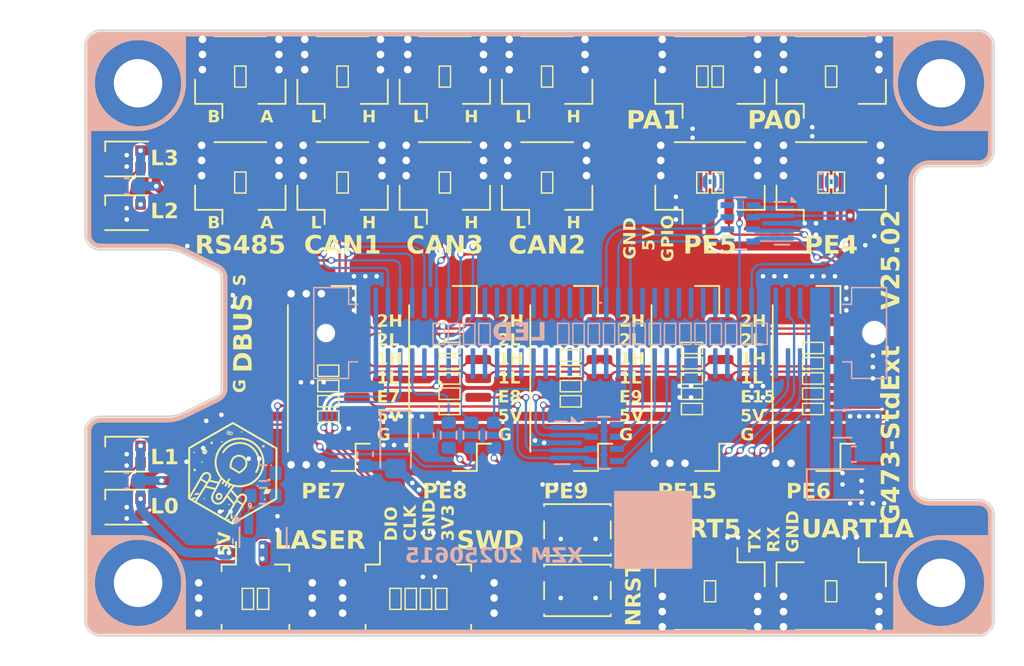
<source format=kicad_pcb>
(kicad_pcb (version 20240108) (generator "pcbnew") (generator_version "8.0")
  (layers (0 "F.Cu" signal) (31 "B.Cu" signal) (34 "B.Paste" user) (35 "F.Paste" user) (36 "B.SilkS" user "B.Silkscreen") (37 "F.SilkS" user "F.Silkscreen") (38 "B.Mask" user) (39 "F.Mask" user) (44 "Edge.Cuts" user))
  (net 0 "")
  (net 1 "GND")
  (net 2 "+5V")
  (net 3 "3V3_IO")
  (net 4 "24V_VIN")
  (net 5 "3V3_MCU")
  (net 6 "3V3_SWD")
  (net 7 "/SWCLK")
  (net 8 "/SWDIO")
  (net 9 "/PB9")
  (net 10 "/PE4")
  (net 11 "/PE5")
  (net 12 "/PE6")
  (net 13 "/PF9")
  (net 14 "/PE9")
  (net 15 "/UART1A_RX")
  (net 16 "/PD11")
  (net 17 "/PD12")
  (net 18 "/PC6")
  (net 19 "/PC7")
  (net 20 "/PC8")
  (net 21 "/PC9")
  (net 22 "/PD4")
  (net 23 "/PD5")
  (net 24 "/PD6")
  (net 25 "/PD7")
  (net 26 "/BOOT0")
  (net 27 "/PE0")
  (net 28 "/PE1")
  (net 29 "/UART1A_TX")
  (net 30 "/BTN")
  (net 31 "/PC10")
  (net 32 "/PC11")
  (net 33 "/CAN1_L")
  (net 34 "/CAN1_H")
  (net 35 "/CAN2_L")
  (net 36 "/CAN2_H")
  (net 37 "/CAN3_L")
  (net 38 "/CAN3_H")
  (net 39 "/RS485_B")
  (net 40 "/RS485_A")
  (net 41 "/UART5_RX")
  (net 42 "/UART5_TX")
  (net 43 "/PE2")
  (net 44 "/PC14")
  (net 45 "/PF10")
  (net 46 "/PA11")
  (net 47 "/PA12")
  (net 48 "/PB7")
  (net 49 "/PD14")
  (net 50 "/PD13")
  (net 51 "/NRST")
  (net 52 "/PC0")
  (net 53 "/PC1")
  (net 54 "/PC2")
  (net 55 "/PC3")
  (net 56 "/PF2")
  (net 57 "/PA5")
  (net 58 "/PA7")
  (net 59 "/PB0")
  (net 60 "/PB2")
  (net 61 "/PD3")
  (net 62 "/PE8")
  (net 63 "/PE15")
  (net 64 "/PE7")
  (net 65 "/GPIO_PA0")
  (net 66 "/GPIO_PA1")
  (net 67 "/VREFBUF")
  (net 68 "/PD10")
  (net 69 "/PD15")
  (net 70 "/PB11")
  (net 71 "Net-(D1-DOUT)")
  (net 72 "Net-(D2-DOUT)")
  (net 73 "Net-(D3-DOUT)")
  (net 75 "Net-(R1-Pad2)")
  (net 76 "Net-(R2-Pad2)")
  (net 77 "Net-(D1-DIN)")
  (net 78 "5V_IN")
  (net 80 "/Gear_3")
  (net 81 "/Gear_2")
  (net 82 "/Gear_4")
  (net 83 "/Gear_5")
  (net 84 "/Gear_1")
  (net 85 "Net-(RN2-R1.1)")
  (net 86 "/PE4_GPIO")
  (net 87 "/PE5_GPIO")
  (net 88 "/LASER-")
  (net 89 "Net-(Q1-G)")
  (footprint "Connector_Molex:Molex_PicoBlade_53261-0271_1x02-1MP_P1.25mm_Horizontal" (layer "F.Cu") (at 106.25 147)
    (property "Reference" "J19" (hide yes))
    (property "Value" "LASER")
  )
  (footprint "Connector_JST:JST_GH_BM03B-GHS-TBT_1x03-1MP_P1.25mm_Vertical" (layer "F.Cu") (at 144.25 120)
    (property "Reference" "J2" (hide yes))
    (property "Value" "GPIO1")
  )
  (footprint "MountingHole:MountingHole_3.2mm_M3_DIN965_Pad" (layer "F.Cu") (at 98.5 113.5)
    (property "Reference" "H1" (hide yes))
    (property "Value" "M3.2 Mount" (hide yes))
  )
  (footprint "RM25:WS2812B-2020" (layer "F.Cu") (at 97.75 122.05)
    (property "Reference" "D3" (hide yes))
    (property "Value" "WS2812B-2020")
  )
  (footprint "Connector_JST:JST_GH_BM02B-GHS-TBT_1x02-1MP_P1.25mm_Vertical" (layer "F.Cu") (at 125.5 113)
    (property "Reference" "J13" (hide yes))
    (property "Value" "CAN")
  )
  (footprint "Connector_JST:JST_GH_BM02B-GHS-TBT_1x02-1MP_P1.25mm_Vertical" (layer "F.Cu") (at 105.25 120)
    (property "Reference" "J14" (hide yes))
    (property "Value" "RS-485")
  )
  (footprint "Connector_JST:JST_GH_BM02B-GHS-TBT_1x02-1MP_P1.25mm_Vertical" (layer "F.Cu") (at 118.75 113)
    (property "Reference" "J9" (hide yes))
    (property "Value" "CAN")
  )
  (footprint "LOGO" (layer "F.Cu") (at 104.75 139.25)
    (property "Reference" "G***" (hide yes))
    (property "Value" "LOGO" (hide yes))
  )
  (footprint "RM25:WS2812B-2020" (layer "F.Cu") (at 97.75 118.5)
    (property "Reference" "D5" (hide yes))
    (property "Value" "WS2812B-2020")
  )
  (footprint "AEX7 Others:BTB_P0.8mm_2x40pin_M" (layer "F.Cu") (at 129 130)
    (property "Reference" "J12" (hide yes))
    (property "Value" "BTB")
  )
  (footprint "Connector_JST:JST_GH_BM02B-GHS-TBT_1x02-1MP_P1.25mm_Vertical" (layer "F.Cu") (at 118.75 120)
    (property "Reference" "J16" (hide yes))
    (property "Value" "CAN")
  )
  (footprint "RM25:WS2812B-2020" (layer "F.Cu") (at 97.75 141.5)
    (property "Reference" "D1" (hide yes))
    (property "Value" "WS2812B-2020")
  )
  (footprint "Connector_JST:JST_GH_BM02B-GHS-TBT_1x02-1MP_P1.25mm_Vertical" (layer "F.Cu") (at 112 113)
    (property "Reference" "J8" (hide yes))
    (property "Value" "CAN")
  )
  (footprint "Connector_JST:JST_GH_BM03B-GHS-TBT_1x03-1MP_P1.25mm_Vertical" (layer "F.Cu") (at 136.25 113)
    (property "Reference" "J10" (hide yes))
    (property "Value" "GPIO1")
  )
  (footprint "MountingHole:MountingHole_3.2mm_M3_DIN965_Pad" (layer "F.Cu") (at 98.5 146.5)
    (property "Reference" "H2" (hide yes))
    (property "Value" "M3.2 Mount" (hide yes))
  )
  (footprint "Connector_JST:JST_GH_BM03B-GHS-TBT_1x03-1MP_P1.25mm_Vertical" (layer "F.Cu") (at 136.25 147 180)
    (property "Reference" "J6" (hide yes))
    (property "Value" "UART1A")
  )
  (footprint "Connector_JST:JST_GH_BM07B-GHS-TBT_1x07-1MP_P1.25mm_Vertical" (layer "F.Cu") (at 111 133 90)
    (property "Reference" "J25" (hide yes))
    (property "Value" "Conn_01x07_MountingPin")
  )
  (footprint "RM25:Button_PTS810" (layer "F.Cu") (at 127.5 147)
    (property "Reference" "SW2" (hide yes))
    (property "Value" "NRST")
  )
  (footprint "RM25:WS2812B-2020" (layer "F.Cu") (at 97.75 138)
    (property "Reference" "D2" (hide yes))
    (property "Value" "RM25:WS2812B-2020")
  )
  (footprint "RM25:Button_PTS810" (layer "F.Cu") (at 127.5 143)
    (property "Reference" "SW1" (hide yes))
    (property "Value" "BTN")
  )
  (footprint "Connector_JST:JST_GH_BM07B-GHS-TBT_1x07-1MP_P1.25mm_Vertical" (layer "F.Cu") (at 135 133 90)
    (property "Reference" "J23" (hide yes))
    (property "Value" "Conn_01x07_MountingPin")
  )
  (footprint "Connector_JST:JST_GH_BM03B-GHS-TBT_1x03-1MP_P1.25mm_Vertical" (layer "F.Cu") (at 144.25 113)
    (property "Reference" "J11" (hide yes))
    (property "Value" "GPIO1")
  )
  (footprint "Connector_JST:JST_GH_BM07B-GHS-TBT_1x07-1MP_P1.25mm_Vertical" (layer "F.Cu") (at 119 133 90)
    (property "Reference" "J21" (hide yes))
    (property "Value" "Conn_01x07_MountingPin")
  )
  (footprint "Connector_JST:JST_GH_BM03B-GHS-TBT_1x03-1MP_P1.25mm_Vertical" (layer "F.Cu") (at 144.25 147 180)
    (property "Reference" "J7" (hide yes))
    (property "Value" "UART5")
  )
  (footprint "MountingHole:MountingHole_3.2mm_M3_DIN965_Pad" (layer "F.Cu") (at 151.5 146.5)
    (property "Reference" "H3" (hide yes))
    (property "Value" "M3.2 Mount" (hide yes))
  )
  (footprint "MountingHole:MountingHole_3.2mm_M3_DIN965_Pad" (layer "F.Cu") (at 151.5 113.5)
    (property "Reference" "H4" (hide yes))
    (property "Value" "M3.2 Mount" (hide yes))
  )
  (footprint "Connector_JST:JST_GH_BM07B-GHS-TBT_1x07-1MP_P1.25mm_Vertical" (layer "F.Cu") (at 143 133 90)
    (property "Reference" "J24" (hide yes))
    (property "Value" "Conn_01x07_MountingPin")
  )
  (footprint "Connector_JST:JST_GH_BM07B-GHS-TBT_1x07-1MP_P1.25mm_Vertical" (layer "F.Cu") (at 127 133 90)
    (property "Reference" "J18" (hide yes))
    (property "Value" "Conn_01x07_MountingPin")
  )
  (footprint "Connector_Molex:Molex_PicoBlade_53261-0471_1x04-1MP_P1.25mm_Horizontal" (layer "F.Cu") (at 117 147)
    (property "Reference" "J28" (hide yes))
    (property "Value" "SWD" (hide yes))
  )
  (footprint "Connector_JST:JST_GH_BM02B-GHS-TBT_1x02-1MP_P1.25mm_Vertical" (layer "F.Cu") (at 125.5 120)
    (property "Reference" "J17" (hide yes))
    (property "Value" "CAN")
  )
  (footprint "Connector_JST:JST_GH_BM02B-GHS-TBT_1x02-1MP_P1.25mm_Vertical" (layer "F.Cu") (at 105.25 113)
    (property "Reference" "J1" (hide yes))
    (property "Value" "RS-485")
  )
  (footprint "Connector_JST:JST_GH_BM03B-GHS-TBT_1x03-1MP_P1.25mm_Vertical" (layer "F.Cu") (at 136.25 120)
    (property "Reference" "J3" (hide yes))
    (property "Value" "GPIO1")
  )
  (footprint "Connector_JST:JST_GH_BM02B-GHS-TBT_1x02-1MP_P1.25mm_Vertical" (layer "F.Cu") (at 112 120)
    (property "Reference" "J15" (hide yes))
    (property "Value" "CAN")
  )
  (footprint "Resistor_SMD:R_0603_1608Metric" (layer "B.Cu") (at 122 136.75 -90)
    (property "Reference" "R1" (hide yes))
    (property "Value" "120R")
  )
  (footprint "AEX7 Others:USON-10_2.5x1.0mm_P0.5mm_Mod" (layer "B.Cu") (at 126.5 137.25 180)
    (property "Reference" "U15" (hide yes))
    (property "Value" "TPD4E02B04DQA")
  )
  (footprint "Resistor_SMD:R_0603_1608Metric" (layer "B.Cu") (at 120.5 136.75 -90)
    (property "Reference" "R3" (hide yes))
    (property "Value" "120R")
  )
  (footprint "Diode_SMD:D_SMF" (layer "B.Cu") (at 115.5 137.5 -90)
    (property "Reference" "D6" (hide yes))
    (property "Value" "D_Schottky")
  )
  (footprint "Resistor_SMD:R_0603_1608Metric" (layer "B.Cu") (at 119 136.75 -90)
    (property "Reference" "R2" (hide yes))
    (property "Value" "120R")
  )
  (footprint "Resistor_SMD:R_Array_Concave_4x0603" (layer "B.Cu") (at 129.25 137.25 180)
    (property "Reference" "RN1" (hide yes))
    (property "Value" "82R")
  )
  (footprint "Capacitor_SMD:C_0603_1608Metric" (layer "B.Cu") (at 117.5 136.75 -90)
    (property "Reference" "C6" (hide yes))
    (property "Value" "4u7")
  )
  (footprint "Resistor_SMD:R_0603_1608Metric" (layer "B.Cu") (at 106.75 139.25 180)
    (property "Reference" "R4" (hide yes))
    (property "Value" "10k")
  )
  (footprint "Capacitor_SMD:C_0603_1608Metric" (layer "B.Cu") (at 113.5 138 90)
    (property "Reference" "C78" (hide yes))
    (property "Value" "4u7")
  )
  (footprint "Capacitor_SMD:C_0603_1608Metric" (layer "B.Cu") (at 145.75 138 180)
    (property "Reference" "C5" (hide yes))
    (property "Value" "4u7")
  )
  (footprint "Fuse:Fuse_1206_3216Metric" (layer "B.Cu") (at 145 136 180)
    (property "Reference" "F1" (hide yes))
    (property "Value" "1A")
  )
  (footprint "Diode_SMD:D_SMF" (layer "B.Cu") (at 145 140)
    (property "Reference" "D4" (hide yes))
    (property "Value" "SMFJ5V0A")
  )
  (footprint "Capacitor_SMD:C_0603_1608Metric" (layer "B.Cu") (at 97.75 139.75 180)
    (property "Reference" "C2" (hide yes))
    (property "Value" "4u7")
  )
  (footprint "Capacitor_SMD:C_0603_1608Metric" (layer "B.Cu") (at 97.75 120.3 180)
    (property "Reference" "C1" (hide yes))
    (property "Value" "4u7")
  )
  (footprint "Capacitor_SMD:C_0603_1608Metric" (layer "B.Cu") (at 143.5 120 180)
    (property "Reference" "C4" (hide yes))
    (property "Value" "4u7")
  )
  (footprint "Resistor_SMD:R_0603_1608Metric" (layer "B.Cu") (at 106.75 140.75 180)
    (property "Reference" "R5" (hide yes))
    (property "Value" "120R")
  )
  (footprint "Resistor_SMD:R_Array_Concave_4x0603" (layer "B.Cu") (at 138.25 122.75 180)
    (property "Reference" "RN2" (hide yes))
    (property "Value" "82R")
  )
  (footprint "Capacitor_SMD:C_0603_1608Metric" (layer "B.Cu") (at 137 120)
    (property "Reference" "C3" (hide yes))
    (property "Value" "4u7")
  )
  (footprint "AEX7 Others:USON-10_2.5x1.0mm_P0.5mm_Mod" (layer "B.Cu") (at 141 122.75 180)
    (property "Reference" "U1" (hide yes))
    (property "Value" "TPD4E02B04DQA")
  )
  (footprint "Capacitor_SMD:C_0603_1608Metric" (layer "B.Cu") (at 104.25 143.75 90)
    (property "Reference" "C7" (hide yes))
    (property "Value" "100n")
  )
  (footprint "Package_TO_SOT_SMD:SOT-23" (layer "B.Cu") (at 106.75 143.5 -90)
    (property "Reference" "Q1" (hide yes))
    (property "Value" "AO3400A")
  )
  (gr_arc (start 104.25 133.621039) (mid 104.121682 134.070147) (end 103.775431 134.383634) (stroke (width 0.3)) (layer "B.SilkS"))
  (gr_arc (start 95.25 136.5) (mid 95.46967 135.96967) (end 96 135.75) (stroke (width 0.3)) (layer "B.SilkS"))
  (gr_line (start 98.5 143.5) (end 95.25 143.5) (stroke (width 0.3)) (layer "B.SilkS"))
  (gr_line (start 154.75 142) (end 154.750001 148.999999) (stroke (width 0.3)) (layer "B.SilkS"))
  (gr_line (start 96 135.75) (end 100.359767 135.75) (stroke (width 0.3)) (layer "B.SilkS"))
  (gr_line (start 95.25 123.5) (end 95.25 111) (stroke (width 0.3)) (layer "B.SilkS"))
  (gr_line (start 151.5 116.5) (end 154.75 116.5) (stroke (width 0.3)) (layer "B.SilkS"))
  (gr_arc (start 103.775431 125.616366) (mid 104.121653 125.929871) (end 104.25 126.378961) (stroke (width 0.3)) (layer "B.SilkS"))
  (gr_line (start 148.5 146.5) (end 148.5 149.75) (stroke (width 0.3)) (layer "B.SilkS"))
  (gr_line (start 95.25 136.5) (end 95.25 149) (stroke (width 0.3)) (layer "B.SilkS"))
  (gr_line (start 101.574398 124.532781) (end 103.775431 125.616366) (stroke (width 0.3)) (layer "B.SilkS"))
  (gr_circle (center 151.5 146.5) (end 151.5 143.5) (stroke (width 0.3)) (fill none) (layer "B.SilkS"))
  (gr_poly (pts (xy 148.5 110.25) (xy 151.5 110.25) (xy 149.5 111.25) (xy 148.5 112.75)) (fill solid) (layer "B.SilkS"))
  (gr_line (start 154 118.75) (end 150.75 118.75) (stroke (width 0.3)) (layer "B.SilkS"))
  (gr_poly (pts (xy 95.25 143.5) (xy 97.75 143.5) (xy 96.25 144.5) (xy 95.25 146.25)) (fill solid) (layer "B.SilkS"))
  (gr_poly (pts (xy 101.5 110.25) (xy 101.5 112.75) (xy 100.5 111.25) (xy 98.75 110.25)) (fill solid) (layer "B.SilkS"))
  (gr_arc (start 154.75 149) (mid 154.53033 149.53033) (end 154 149.75) (stroke (width 0.3)) (layer "B.SilkS"))
  (gr_poly (pts (xy 98.5 110.25) (xy 96 110.25) (xy 95.25 110.75) (xy 95.25 113.25) (xy 95.75 112.25) (xy 96.75 111)) (fill solid) (layer "B.SilkS"))
  (gr_line (start 101.5 146.25) (end 101.5 149.75) (stroke (width 0.3)) (layer "B.SilkS"))
  (gr_arc (start 154.749999 117.999999) (mid 154.530329 118.530329) (end 153.999999 118.749999) (stroke (width 0.3)) (layer "B.SilkS"))
  (gr_line (start 154 141.25) (end 150.75 141.250001) (stroke (width 0.3)) (layer "B.SilkS"))
  (gr_circle (center 98.5 146.5) (end 101.5 146.5) (stroke (width 0.3)) (fill none) (layer "B.SilkS"))
  (gr_poly (pts (xy 154.75 116.5) (xy 152.25 116.5) (xy 153.75 115.5) (xy 154.75 113.75)) (fill solid) (layer "B.SilkS"))
  (gr_line (start 101.574398 135.467219) (end 103.775431 134.383634) (stroke (width 0.3)) (layer "B.SilkS"))
  (gr_poly (pts (xy 95.25 146.5) (xy 95.25 149) (xy 95.75 149.75) (xy 98.25 149.75) (xy 97.25 149.25) (xy 96 148.25)) (fill solid) (layer "B.SilkS"))
  (gr_arc (start 100.359767 124.25) (mid 100.983322 124.321635) (end 101.574398 124.532781) (stroke (width 0.3)) (layer "B.SilkS"))
  (gr_arc (start 101.574398 135.467219) (mid 100.983326 135.678379) (end 100.359767 135.75) (stroke (width 0.3)) (layer "B.SilkS"))
  (gr_line (start 96 110.25) (end 154 110.25) (stroke (width 0.3)) (layer "B.SilkS"))
  (gr_poly (pts (xy 154.75 113.5) (xy 154.75 111) (xy 154.25 110.25) (xy 151.75 110.25) (xy 152.75 110.75) (xy 154 111.75)) (fill solid) (layer "B.SilkS"))
  (gr_line (start 148.5 113.75) (end 148.5 110.25) (stroke (width 0.3)) (layer "B.SilkS"))
  (gr_arc (start 96 149.75) (mid 95.46967 149.53033) (end 95.25 149) (stroke (width 0.3)) (layer "B.SilkS"))
  (gr_line (start 98.75 116.5) (end 95.25 116.5) (stroke (width 0.3)) (layer "B.SilkS"))
  (gr_poly (pts (xy 148.5 149.75) (xy 148.5 147.25) (xy 149.5 148.75) (xy 151.25 149.75)) (fill solid) (layer "B.SilkS"))
  (gr_line (start 154.749999 117.999999) (end 154.749999 111.000001) (stroke (width 0.3)) (layer "B.SilkS"))
  (gr_poly (pts (xy 95.25 116.5) (xy 95.25 113.5) (xy 96.25 115.5) (xy 97.75 116.5)) (fill solid) (layer "B.SilkS"))
  (gr_line (start 154 149.75) (end 96 149.75) (stroke (width 0.3)) (layer "B.SilkS"))
  (gr_poly (pts (xy 151.5 149.75) (xy 154 149.75) (xy 154.75 149.25) (xy 154.75 146.75) (xy 154.25 147.75) (xy 153.25 149)) (fill solid) (layer "B.SilkS"))
  (gr_rect (start 130 140.5) (end 135 145.5) (stroke (width 0.15)) (fill solid) (layer "B.SilkS"))
  (gr_arc (start 154 141.25) (mid 154.53033 141.46967) (end 154.75 142) (stroke (width 0.3)) (layer "B.SilkS"))
  (gr_arc (start 149.5 120) (mid 149.866117 119.116117) (end 150.75 118.75) (stroke (width 0.3)) (layer "B.SilkS"))
  (gr_line (start 96 124.25) (end 100.359767 124.25) (stroke (width 0.3)) (layer "B.SilkS"))
  (gr_arc (start 95.25 111) (mid 95.46967 110.46967) (end 96 110.25) (stroke (width 0.3)) (layer "B.SilkS"))
  (gr_circle (center 98.5 113.5) (end 98.5 116.5) (stroke (width 0.3)) (fill none) (layer "B.SilkS"))
  (gr_line (start 101.5 113.5) (end 101.5 110.25) (stroke (width 0.3)) (layer "B.SilkS"))
  (gr_line (start 149.499999 120) (end 149.5 140) (stroke (width 0.3)) (layer "B.SilkS"))
  (gr_arc (start 154 110.25) (mid 154.53033 110.46967) (end 154.75 111) (stroke (width 0.3)) (layer "B.SilkS"))
  (gr_line (start 151.25 143.5) (end 154.75 143.5) (stroke (width 0.3)) (layer "B.SilkS"))
  (gr_arc (start 96 124.25) (mid 95.46967 124.03033) (end 95.25 123.5) (stroke (width 0.3)) (layer "B.SilkS"))
  (gr_line (start 104.25 133.621039) (end 104.25 126.378961) (stroke (width 0.3)) (layer "B.SilkS"))
  (gr_poly (pts (xy 101.5 149.75) (xy 98.5 149.75) (xy 100.5 148.75) (xy 101.5 147.25)) (fill solid) (layer "B.SilkS"))
  (gr_arc (start 150.75 141.25) (mid 149.866117 140.883883) (end 149.5 140) (stroke (width 0.3)) (layer "B.SilkS"))
  (gr_poly (pts (xy 154.75 143.5) (xy 154.75 146.5) (xy 153.75 144.5) (xy 152.25 143.5)) (fill solid) (layer "B.SilkS"))
  (gr_circle (center 151.5 113.5) (end 148.5 113.5) (stroke (width 0.3)) (fill none) (layer "B.SilkS"))
  (gr_poly (pts (xy 151.5 110.25) (xy 154 110.25) (xy 154.75 110.75) (xy 154.75 113.25) (xy 154.25 112.25) (xy 153.25 111)) (fill solid) (layer "F.SilkS"))
  (gr_arc (start 154.749999 148.999999) (mid 154.530329 149.530329) (end 153.999999 149.749999) (stroke (width 0.3)) (layer "F.SilkS"))
  (gr_line (start 154.75 143.5) (end 151.5 143.5) (stroke (width 0.3)) (layer "F.SilkS"))
  (gr_arc (start 150.75 141.25) (mid 149.866117 140.883883) (end 149.5 140) (stroke (width 0.3)) (layer "F.SilkS"))
  (gr_line (start 95.25 116.5) (end 98.5 116.5) (stroke (width 0.3)) (layer "F.SilkS"))
  (gr_line (start 96.000001 110.250001) (end 153.999999 110.250001) (stroke (width 0.3)) (layer "F.SilkS"))
  (gr_poly (pts (xy 148.5 110.25) (xy 148.5 112.75) (xy 149.5 111.25) (xy 151.25 110.25)) (fill solid) (layer "F.SilkS"))
  (gr_arc (start 95.250001 111.000001) (mid 95.469671 110.469671) (end 96.000001 110.250001) (stroke (width 0.3)) (layer "F.SilkS"))
  (gr_line (start 103.775431 134.383634) (end 101.574398 135.467219) (stroke (width 0.3)) (layer "F.SilkS"))
  (gr_arc (start 96 124.25) (mid 95.46967 124.03033) (end 95.25 123.5) (stroke (width 0.3)) (layer "F.SilkS"))
  (gr_arc (start 153.999999 141.250001) (mid 154.530329 141.469671) (end 154.749999 142.000001) (stroke (width 0.3)) (layer "F.SilkS"))
  (gr_line (start 154.749999 148.999999) (end 154.749999 142.000001) (stroke (width 0.3)) (layer "F.SilkS"))
  (gr_poly (pts (xy 95.25 143.5) (xy 95.25 146.5) (xy 96.25 144.5) (xy 97.75 143.5)) (fill solid) (layer "F.SilkS"))
  (gr_arc (start 154.75 118) (mid 154.53033 118.53033) (end 154 118.75) (stroke (width 0.3)) (layer "F.SilkS"))
  (gr_line (start 95.25 143.5) (end 98.75 143.5) (stroke (width 0.3)) (layer "F.SilkS"))
  (gr_circle (center 151.5 113.5) (end 151.5 116.5) (stroke (width 0.3)) (fill none) (layer "F.SilkS"))
  (gr_circle (center 98.5 146.5) (end 98.5 143.5) (stroke (width 0.3)) (fill none) (layer "F.SilkS"))
  (gr_circle (center 151.5 146.5) (end 148.5 146.5) (stroke (width 0.3)) (fill none) (layer "F.SilkS"))
  (gr_poly (pts (xy 101.5 110.25) (xy 98.5 110.25) (xy 100.5 111.25) (xy 101.5 112.75)) (fill solid) (layer "F.SilkS"))
  (gr_line (start 95.25 149) (end 95.25 136.5) (stroke (width 0.3)) (layer "F.SilkS"))
  (gr_line (start 154.750001 111.000001) (end 154.75 118) (stroke (width 0.3)) (layer "F.SilkS"))
  (gr_circle (center 98.5 113.5) (end 101.5 113.5) (stroke (width 0.3)) (fill none) (layer "F.SilkS"))
  (gr_line (start 103.775431 125.616366) (end 101.574398 124.532781) (stroke (width 0.3)) (layer "F.SilkS"))
  (gr_line (start 150.75 118.749999) (end 154 118.75) (stroke (width 0.3)) (layer "F.SilkS"))
  (gr_line (start 148.5 110.25) (end 148.5 113.5) (stroke (width 0.3)) (layer "F.SilkS"))
  (gr_line (start 149.5 120) (end 149.499999 140) (stroke (width 0.3)) (layer "F.SilkS"))
  (gr_poly (pts (xy 148.5 149.75) (xy 151.5 149.75) (xy 149.5 148.75) (xy 148.5 147.25)) (fill solid) (layer "F.SilkS"))
  (gr_line (start 95.25 111) (end 95.25 123.5) (stroke (width 0.3)) (layer "F.SilkS"))
  (gr_arc (start 95.25 136.5) (mid 95.46967 135.96967) (end 96 135.75) (stroke (width 0.3)) (layer "F.SilkS"))
  (gr_line (start 101.5 149.75) (end 101.5 146.5) (stroke (width 0.3)) (layer "F.SilkS"))
  (gr_poly (pts (xy 95.25 116.5) (xy 97.75 116.5) (xy 96.25 115.5) (xy 95.25 113.75)) (fill solid) (layer "F.SilkS"))
  (gr_poly (pts (xy 154.75 146.5) (xy 154.75 149) (xy 154.25 149.75) (xy 151.75 149.75) (xy 152.75 149.25) (xy 154 148.25)) (fill solid) (layer "F.SilkS"))
  (gr_arc (start 153.999999 110.250001) (mid 154.530329 110.469671) (end 154.749999 111.000001) (stroke (width 0.3)) (layer "F.SilkS"))
  (gr_line (start 100.359767 124.25) (end 96 124.25) (stroke (width 0.3)) (layer "F.SilkS"))
  (gr_poly (pts (xy 101.5 149.75) (xy 101.5 147.25) (xy 100.5 148.75) (xy 98.75 149.75)) (fill solid) (layer "F.SilkS"))
  (gr_poly (pts (xy 154.75 116.5) (xy 154.75 113.5) (xy 153.75 115.5) (xy 152.25 116.5)) (fill solid) (layer "F.SilkS"))
  (gr_line (start 104.25 133.621039) (end 104.25 126.378961) (stroke (width 0.3)) (layer "F.SilkS"))
  (gr_line (start 154 149.75) (end 96 149.75) (stroke (width 0.3)) (layer "F.SilkS"))
  (gr_line (start 154.75 116.5) (end 151.25 116.5) (stroke (width 0.3)) (layer "F.SilkS"))
  (gr_line (start 150.75 141.25) (end 154 141.25) (stroke (width 0.3)) (layer "F.SilkS"))
  (gr_line (start 100.359767 135.75) (end 96 135.75) (stroke (width 0.3)) (layer "F.SilkS"))
  (gr_arc (start 100.359767 124.25) (mid 100.983324 124.321628) (end 101.574398 124.532781) (stroke (width 0.3)) (layer "F.SilkS"))
  (gr_arc (start 101.574398 135.467219) (mid 100.983324 135.678372) (end 100.359767 135.75) (stroke (width 0.3)) (layer "F.SilkS"))
  (gr_arc (start 104.25 133.621039) (mid 104.121656 134.070125) (end 103.775431 134.383634) (stroke (width 0.3)) (layer "F.SilkS"))
  (gr_poly (pts (xy 95.25 113.5) (xy 95.25 111) (xy 95.75 110.25) (xy 98.25 110.25) (xy 97.25 110.75) (xy 96 111.75)) (fill solid) (layer "F.SilkS"))
  (gr_arc (start 149.5 120) (mid 149.866117 119.116117) (end 150.75 118.75) (stroke (width 0.3)) (layer "F.SilkS"))
  (gr_arc (start 103.775431 125.616366) (mid 104.121685 125.929857) (end 104.25 126.378961) (stroke (width 0.3)) (layer "F.SilkS"))
  (gr_line (start 148.5 149.75) (end 148.5 146.25) (stroke (width 0.3)) (layer "F.SilkS"))
  (gr_poly (pts (xy 98.5 149.75) (xy 96 149.75) (xy 95.25 149.25) (xy 95.25 146.75) (xy 95.75 147.75) (xy 96.75 149)) (fill solid) (layer "F.SilkS"))
  (gr_line (start 101.5 110.25) (end 101.5 113.75) (stroke (width 0.3)) (layer "F.SilkS"))
  (gr_poly (pts (xy 154.75 143.5) (xy 152.25 143.5) (xy 153.75 144.5) (xy 154.75 146.25)) (fill solid) (layer "F.SilkS"))
  (gr_arc (start 96 149.75) (mid 95.46967 149.53033) (end 95.25 149) (stroke (width 0.3)) (layer "F.SilkS"))
  (gr_line (start 101.527864 135.236068) (end 103.668328 134.165836) (stroke (width 0.1)) (layer "Edge.Cuts"))
  (gr_line (start 155 149) (end 155 142) (stroke (width 0.1)) (layer "Edge.Cuts"))
  (gr_arc (start 95 111) (mid 95.292893 110.292893) (end 96 110) (stroke (width 0.1)) (layer "Edge.Cuts"))
  (gr_arc (start 104 133.62918) (mid 103.91039 133.944619) (end 103.668328 134.165836) (stroke (width 0.1)) (layer "Edge.Cuts"))
  (gr_arc (start 95 136.5) (mid 95.292893 135.792893) (end 96 135.5) (stroke (width 0.1)) (layer "Edge.Cuts"))
  (gr_line (start 101.527864 124.763932) (end 103.668328 125.834164) (stroke (width 0.1)) (layer "Edge.Cuts"))
  (gr_line (start 96 135.5) (end 100.40983 135.5) (stroke (width 0.1)) (layer "Edge.Cuts"))
  (gr_line (start 96 124.5) (end 100.40983 124.5) (stroke (width 0.1)) (layer "Edge.Cuts"))
  (gr_arc (start 101.527864 135.236068) (mid 100.984212 135.433122) (end 100.40983 135.5) (stroke (width 0.1)) (layer "Edge.Cuts"))
  (gr_line (start 96 150) (end 154 150) (stroke (width 0.1)) (layer "Edge.Cuts"))
  (gr_line (start 95 123.5) (end 95 111) (stroke (width 0.1)) (layer "Edge.Cuts"))
  (gr_line (start 95 136.5) (end 95 149) (stroke (width 0.1)) (layer "Edge.Cuts"))
  (gr_line (start 154 110) (end 96 110) (stroke (width 0.1)) (layer "Edge.Cuts"))
  (gr_arc (start 155 149) (mid 154.707107 149.707107) (end 154 150) (stroke (width 0.1)) (layer "Edge.Cuts"))
  (gr_line (start 155 118) (end 155 111) (stroke (width 0.1)) (layer "Edge.Cuts"))
  (gr_line (start 154 141) (end 150.75 141) (stroke (width 0.1)) (layer "Edge.Cuts"))
  (gr_arc (start 100.40983 124.5) (mid 100.98421 124.566884) (end 101.527864 124.763932) (stroke (width 0.1)) (layer "Edge.Cuts"))
  (gr_arc (start 154 141) (mid 154.707107 141.292893) (end 155 142) (stroke (width 0.1)) (layer "Edge.Cuts"))
  (gr_line (start 154 119) (end 150.75 119) (stroke (width 0.1)) (layer "Edge.Cuts"))
  (gr_line (start 149.75 120) (end 149.75 140) (stroke (width 0.1)) (layer "Edge.Cuts"))
  (gr_arc (start 96 124.5) (mid 95.292893 124.207107) (end 95 123.5) (stroke (width 0.1)) (layer "Edge.Cuts"))
  (gr_arc (start 103.668328 125.834164) (mid 103.910383 126.055383) (end 104 126.37082) (stroke (width 0.1)) (layer "Edge.Cuts"))
  (gr_arc (start 96 150) (mid 95.292893 149.707107) (end 95 149) (stroke (width 0.1)) (layer "Edge.Cuts"))
  (gr_arc (start 155 118) (mid 154.707107 118.707107) (end 154 119) (stroke (width 0.1)) (layer "Edge.Cuts"))
  (gr_arc (start 154 110) (mid 154.707107 110.292893) (end 155 111) (stroke (width 0.1)) (layer "Edge.Cuts"))
  (gr_arc (start 150.75 141) (mid 150.042893 140.707107) (end 149.75 140) (stroke (width 0.1)) (layer "Edge.Cuts"))
  (gr_arc (start 149.75 120) (mid 150.042893 119.292893) (end 150.75 119) (stroke (width 0.1)) (layer "Edge.Cuts"))
  (gr_line (start 104 133.62918) (end 104 126.37082) (stroke (width 0.1)) (layer "Edge.Cuts"))
  (gr_text "XZM 20250615" (at 122 144.75 0) (layer "B.SilkS") (effects (font (size 1 1) (thickness 0.24) (bold yes)) (justify mirror)))
  (gr_text "焊的时候看好了这个是有方向的 LED也有方向" (at 129 130 0) (layer "B.SilkS") (effects (font (size 1.2 1.2) (thickness 0.2) (bold yes)) (justify mirror)))
  (gr_text "CAN2" (at 125.5 124.25 0) (layer "F.SilkS") (effects (font (size 1.2 1.2) (thickness 0.24) (bold yes))))
  (gr_text "DIO" (at 115.25 143.75 90) (layer "F.SilkS") (effects (font (size 0.8 0.8) (thickness 0.2) (bold yes)) (justify left)))
  (gr_text "G473-StdExt    V25.02" (at 148.25 132.25 90) (layer "F.SilkS") (effects (font (size 1.2 1.2) (thickness 0.24) (bold yes))))
  (gr_text "两侧别虚焊" (at 143 133 90) (layer "F.SilkS") (effects (font (size 1.2 1.2) (thickness 0.2) (bold yes))))
  (gr_text "2L" (at 130.25 130.5 0) (layer "F.SilkS") (effects (font (size 0.8 0.8) (thickness 0.2) (bold yes)) (justify left)))
  (gr_text "PE4" (at 144.25 124.25 0) (layer "F.SilkS") (effects (font (size 1.2 1.2) (thickness 0.24) (bold yes))))
  (gr_text "时" (at 118.75 113 0) (layer "F.SilkS") (effects (font (size 1.2 1.2) (thickness 0.2) (bold yes))))
  (gr_text "UART5" (at 135.25 143 0) (layer "F.SilkS") (effects (font (size 1.2 1.2) (thickness 0.24) (bold yes))))
  (gr_text "口" (at 125.5 120 0) (layer "F.SilkS") (effects (font (size 1.2 1.2) (thickness 0.2) (bold yes))))
  (gr_text "SWD" (at 121.75 143.75 0) (layer "F.SilkS") (effects (font (size 1.2 1.2) (thickness 0.24) (bold yes))))
  (gr_text "竖" (at 136.25 147 0) (layer "F.SilkS") (effects (font (size 1.2 1.2) (thickness 0.2) (bold yes))))
  (gr_text "G" (at 105.25 133.5 90) (layer "F.SilkS") (effects (font (size 0.8 0.8) (thickness 0.2) (bold yes))))
  (gr_text "5V" (at 130.25 135.5 0) (layer "F.SilkS") (effects (font (size 0.8 0.8) (thickness 0.2) (bold yes)) (justify left)))
  (gr_text "RX" (at 140.5 144.5 90) (layer "F.SilkS") (effects (font (size 0.8 0.8) (thickness 0.2) (bold yes)) (justify left)))
  (gr_text "PE8" (at 118.75 140.5 0) (layer "F.SilkS") (effects (font (size 1 1) (thickness 0.24) (bold yes))))
  (gr_text "L2" (at 100.25 122 0) (layer "F.SilkS") (effects (font (size 1 1) (thickness 0.24) (bold yes))))
  (gr_text "G" (at 122.25 136.75 0) (layer "F.SilkS") (effects (font (size 0.8 0.8) (thickness 0.2) (bold yes)) (justify left)))
  (gr_text "RS485" (at 105.25 124.25 0) (layer "F.SilkS") (effects (font (size 1.2 1.2) (thickness 0.24) (bold yes))))
  (gr_text "接" (at 118.75 120 0) (layer "F.SilkS") (effects (font (size 1.2 1.2) (thickness 0.2) (bold yes))))
  (gr_text "5V" (at 104.25 144.75 90) (layer "F.SilkS") (effects (font (size 0.8 0.8) (thickness 0.2) (bold yes)) (justify left)))
  (gr_text "H" (at 127.25 122.75 0) (layer "F.SilkS") (effects (font (size 0.8 0.8) (thickness 0.2) (bold yes))))
  (gr_text "LASER" (at 110.5 143.75 0) (layer "F.SilkS") (effects (font (size 1.2 1.2) (thickness 0.24) (bold yes))))
  (gr_text "焊" (at 105.25 113 0) (layer "F.SilkS") (effects (font (size 1.2 1.2) (thickness 0.2) (bold yes))))
  (gr_text "5V" (at 122.25 135.5 0) (layer "F.SilkS") (effects (font (size 0.8 0.8) (thickness 0.2) (bold yes)) (justify left)))
  (gr_text "G" (at 138.25 136.75 0) (layer "F.SilkS") (effects (font (size 0.8 0.8) (thickness 0.2) (bold yes)) (justify left)))
  (gr_text "1L" (at 114.25 133 0) (layer "F.SilkS") (effects (font (size 0.8 0.8) (thickness 0.2) (bold yes)) (justify left)))
  (gr_text "2H" (at 138.25 129.25 0) (layer "F.SilkS") (effects (font (size 0.8 0.8) (thickness 0.2) (bold yes)) (justify left)))
  (gr_text "L1" (at 100.25 138.25 0) (layer "F.SilkS") (effects (font (size 1 1) (thickness 0.24) (bold yes))))
  (gr_text "2L" (at 122.25 130.5 0) (layer "F.SilkS") (effects (font (size 0.8 0.8) (thickness 0.2) (bold yes)) (justify left)))
  (gr_text "CAN1" (at 112 124.25 0) (layer "F.SilkS") (effects (font (size 1.2 1.2) (thickness 0.24) (bold yes))))
  (gr_text "1L" (at 138.25 133 0) (layer "F.SilkS") (effects (font (size 0.8 0.8) (thickness 0.2) (bold yes)) (justify left)))
  (gr_text "1H" (at 130.25 131.75 0) (layer "F.SilkS") (effects (font (size 0.8 0.8) (thickness 0.2) (bold yes)) (justify left)))
  (gr_text "UART1A" (at 146 143 0) (layer "F.SilkS") (effects (font (size 1.2 1.2) (thickness 0.24) (bold yes))))
  (gr_text "5V" (at 132.25 123.75 90) (layer "F.SilkS") (effects (font (size 0.8 0.8) (thickness 0.2) (bold yes))))
  (gr_text "E8" (at 122.25 134.25 0) (layer "F.SilkS") (effects (font (size 0.8 0.8) (thickness 0.2) (bold yes)) (justify left)))
  (gr_text "1L" (at 130.25 133 0) (layer "F.SilkS") (effects (font (size 0.8 0.8) (thickness 0.2) (bold yes)) (justify left)))
  (gr_text "H" (at 113.75 115.75 0) (layer "F.SilkS") (effects (font (size 0.8 0.8) (thickness 0.2) (bold yes))))
  (gr_text "G" (at 130.25 136.75 0) (layer "F.SilkS") (effects (font (size 0.8 0.8) (thickness 0.2) (bold yes)) (justify left)))
  (gr_text "1H" (at 122.25 131.75 0) (layer "F.SilkS") (effects (font (size 0.8 0.8) (thickness 0.2) (bold yes)) (justify left)))
  (gr_text "1H" (at 138.25 131.75 0) (layer "F.SilkS") (effects (font (size 0.8 0.8) (thickness 0.2) (bold yes)) (justify left)))
  (gr_text "PE15" (at 134.75 140.5 0) (layer "F.SilkS") (effects (font (size 1 1) (thickness 0.24) (bold yes))))
  (gr_text "NRST" (at 131.25 147.25 90) (layer "F.SilkS") (effects (font (size 1 1) (thickness 0.24) (bold yes))))
  (gr_text "了" (at 144.25 113 0) (layer "F.SilkS") (effects (font (size 1.2 1.2) (thickness 0.2) (bold yes))))
  (gr_text "个是横的" (at 117 147.5 0) (layer "F.SilkS") (effects (font (size 1.2 1.2) (thickness 0.2) (bold yes))))
  (gr_text "GPIO" (at 133.5 123.75 90) (layer "F.SilkS") (effects (font (size 0.8 0.8) (thickness 0.2) (bold yes))))
  (gr_text "PA0" (at 140.5 116 0) (layer "F.SilkS") (effects (font (size 1.2 1.2) (thickness 0.24) (bold yes))))
  (gr_text "PE9" (at 126.75 140.5 0) (layer "F.SilkS") (effects (font (size 1 1) (thickness 0.24) (bold yes))))
  (gr_text "2H" (at 114.25 129.25 0) (layer "F.SilkS") (effects (font (size 0.8 0.8) (thickness 0.2) (bold yes)) (justify left)))
  (gr_text "些" (at 112 120 0) (layer "F.SilkS") (effects (font (size 1.2 1.2) (thickness 0.2) (bold yes))))
  (gr_text "B" (at 103.5 122.75 0) (layer "F.SilkS") (effects (font (size 0.8 0.8) (thickness 0.2) (bold yes))))
  (gr_text "1L" (at 122.25 133 0) (layer "F.SilkS") (effects (font (size 0.8 0.8) (thickness 0.2) (bold yes)) (justify left)))
  (gr_text "5V" (at 114.25 135.5 0) (layer "F.SilkS") (effects (font (size 0.8 0.8) (thickness 0.2) (bold yes)) (justify left)))
  (gr_text "CAN3" (at 118.75 124.25 0) (layer "F.SilkS") (effects (font (size 1.2 1.2) (thickness 0.24) (bold yes))))
  (gr_text "PE5" (at 136.25 124.25 0) (layer "F.SilkS") (effects (font (size 1.2 1.2) (thickness 0.24) (bold yes))))
  (gr_text "L" (at 117 122.75 0) (layer "F.SilkS") (effects (font (size 0.8 0.8) (thickness 0.2) (bold yes))))
  (gr_text "TX" (at 139.25 144.5 90) (layer "F.SilkS") (effects (font (size 0.8 0.8) (thickness 0.2) (bold yes)) (justify left)))
  (gr_text "接口摆齐" (at 127 133 90) (layer "F.SilkS") (effects (font (size 1.2 1.2) (thickness 0.2) (bold yes))))
  (gr_text "上锡多上点" (at 119 133 90) (layer "F.SilkS") (effects (font (size 1.2 1.2) (thickness 0.2) (bold yes))))
  (gr_text "DBUS" (at 105.5 130 90) (layer "F.SilkS") (effects (font (size 1.2 1.2) (thickness 0.24) (bold yes))))
  (gr_text "CLK" (at 116.5 143.75 90) (layer "F.SilkS") (effects (font (size 0.8 0.8) (thickness 0.2) (bold yes)) (justify left)))
  (gr_text "L" (at 110.25 122.75 0) (layer "F.SilkS") (effects (font (size 0.8 0.8) (thickness 0.2) (bold yes))))
  (gr_text "2L" (at 138.25 130.5 0) (layer "F.SilkS") (effects (font (size 0.8 0.8) (thickness 0.2) (bold yes)) (justify left)))
  (gr_text "GND" (at 141.75 144.5 90) (layer "F.SilkS") (effects (font (size 0.8 0.8) (thickness 0.2) (bold yes)) (justify left)))
  (gr_text "的" (at 112 113 0) (layer "F.SilkS") (effects (font (size 1.2 1.2) (thickness 0.2) (bold yes))))
  (gr_text "E15" (at 138.25 134.25 0) (layer "F.SilkS") (effects (font (size 0.8 0.8) (thickness 0.2) (bold yes)) (justify left)))
  (gr_text "PE6" (at 142.75 140.5 0) (layer "F.SilkS") (effects (font (size 1 1) (thickness 0.24) (bold yes))))
  (gr_text "PE7" (at 110.75 140.5 0) (layer "F.SilkS") (effects (font (size 1 1) (thickness 0.24) (bold yes))))
  (gr_text "侯" (at 125.5 113 0) (layer "F.SilkS") (effects (font (size 1.2 1.2) (thickness 0.2) (bold yes))))
  (gr_text "2L" (at 114.25 130.5 0) (layer "F.SilkS") (effects (font (size 0.8 0.8) (thickness 0.2) (bold yes)) (justify left)))
  (gr_text "小心虚焊" (at 111 134 90) (layer "F.SilkS") (effects (font (size 1.2 1.2) (thickness 0.2) (bold yes))))
  (gr_text "H" (at 113.75 122.75 0) (layer "F.SilkS") (effects (font (size 0.8 0.8) (thickness 0.2) (bold yes))))
  (gr_text "PC15" (at 131.25 143 90) (layer "F.SilkS") (effects (font (size 1 1) (thickness 0.24) (bold yes))))
  (gr_text "L0" (at 100.25 141.5 0) (layer "F.SilkS") (effects (font (size 1 1) (thickness 0.24) (bold yes))))
  (gr_text "这" (at 105.25 120 0) (layer "F.SilkS") (effects (font (size 1.2 1.2) (thickness 0.2) (bold yes))))
  (gr_text "L" (at 110.25 115.75 0) (layer "F.SilkS") (effects (font (size 0.8 0.8) (thickness 0.2) (bold yes))))
  (gr_text "3V3" (at 119 143.75 90) (layer "F.SilkS") (effects (font (size 0.8 0.8) (thickness 0.2) (bold yes)) (justify left)))
  (gr_text "E9" (at 130.25 134.25 0) (layer "F.SilkS") (effects (font (size 0.8 0.8) (thickness 0.2) (bold yes)) (justify left)))
  (gr_text "竖" (at 144.25 147 0) (layer "F.SilkS") (effects (font (size 1.2 1.2) (thickness 0.2) (bold yes))))
  (gr_text "GND" (at 131 123.75 90) (layer "F.SilkS") (effects (font (size 0.8 0.8) (thickness 0.2) (bold yes))))
  (gr_text "竖的" (at 144.25 120 0) (layer "F.SilkS") (effects (font (size 1.2 1.2) (thickness 0.2) (bold yes))))
  (gr_text "L" (at 123.75 115.75 0) (layer "F.SilkS") (effects (font (size 0.8 0.8) (thickness 0.2) (bold yes))))
  (gr_text "1H" (at 114.25 131.75 0) (layer "F.SilkS") (effects (font (size 0.8 0.8) (thickness 0.2) (bold yes)) (justify left)))
  (gr_text "L" (at 117 115.75 0) (layer "F.SilkS") (effects (font (size 0.8 0.8) (thickness 0.2) (bold yes))))
  (gr_text "PA1" (at 132.5 116 0) (layer "F.SilkS") (effects (font (size 1.2 1.2) (thickness 0.24) (bold yes))))
  (gr_text "洗版别太久" (at 135 133 90) (layer "F.SilkS") (effects (font (size 1.2 1.2) (thickness 0.2) (bold yes))))
  (gr_text "L3" (at 100.25 118.5 0) (layer "F.SilkS") (effects (font (size 1 1) (thickness 0.24) (bold yes))))
  (gr_text "2H" (at 130.25 129.25 0) (layer "F.SilkS") (effects (font (size 0.8 0.8) (thickness 0.2) (bold yes)) (justify left)))
  (gr_text "H" (at 127.25 115.75 0) (layer "F.SilkS") (effects (font (size 0.8 0.8) (thickness 0.2) (bold yes))))
  (gr_text "S" (at 105.25 126.5 90) (layer "F.SilkS") (effects (font (size 0.8 0.8) (thickness 0.2) (bold yes))))
  (gr_text "5V" (at 138.25 135.5 0) (layer "F.SilkS") (effects (font (size 0.8 0.8) (thickness 0.2) (bold yes)) (justify left)))
  (gr_text "这两" (at 106.25 147.5 0) (layer "F.SilkS") (effects (font (size 1.2 1.2) (thickness 0.2) (bold yes))))
  (gr_text "H" (at 120.5 115.75 0) (layer "F.SilkS") (effects (font (size 0.8 0.8) (thickness 0.2) (bold yes))))
  (gr_text "H" (at 120.5 122.75 0) (layer "F.SilkS") (effects (font (size 0.8 0.8) (thickness 0.2) (bold yes))))
  (gr_text "L" (at 123.75 122.75 0) (layer "F.SilkS") (effects (font (size 0.8 0.8) (thickness 0.2) (bold yes))))
  (gr_text "都是" (at 136.25 120 0) (layer "F.SilkS") (effects (font (size 1.2 1.2) (thickness 0.2) (bold yes))))
  (gr_text "GND" (at 117.75 143.75 90) (layer "F.SilkS") (effects (font (size 0.8 0.8) (thickness 0.2) (bold yes)) (justify left)))
  (gr_text "E7" (at 114.25 134.25 0) (layer "F.SilkS") (effects (font (size 0.8 0.8) (thickness 0.2) (bold yes)) (justify left)))
  (gr_text "A" (at 107 115.75 0) (layer "F.SilkS") (effects (font (size 0.8 0.8) (thickness 0.2) (bold yes))))
  (gr_text "看好" (at 136.25 113 0) (layer "F.SilkS") (effects (font (size 1.2 1.2) (thickness 0.2) (bold yes))))
  (gr_text "B" (at 103.5 115.75 0) (layer "F.SilkS") (effects (font (size 0.8 0.8) (thickness 0.2) (bold yes))))
  (gr_text "G" (at 114.25 136.75 0) (layer "F.SilkS") (effects (font (size 0.8 0.8) (thickness 0.2) (bold yes)) (justify left)))
  (gr_text "A" (at 107 122.75 0) (layer "F.SilkS") (effects (font (size 0.8 0.8) (thickness 0.2) (bold yes))))
  (gr_text "2H" (at 122.25 129.25 0) (layer "F.SilkS") (effects (font (size 0.8 0.8) (thickness 0.2) (bold yes)) (justify left)))
  (segment (start 125.6 138.6) (end 127.1 138.6) (width 0.6) (layer "F.Cu") (net 1))
  (segment (start 122.6 136.75) (end 124.45 138.6) (width 0.6) (layer "F.Cu") (net 1))
  (segment (start 124.45 138.6) (end 125.6 138.6) (width 0.6) (layer "F.Cu") (net 1))
  (segment (start 112.95 136.75) (end 122.6 136.75) (width 0.6) (layer "F.Cu") (net 1))
  (segment (start 136.95 136.75) (end 144.95 136.75) (width 0.6) (layer "F.Cu") (net 1))
  (segment (start 128.95 136.75) (end 136.95 136.75) (width 0.6) (layer "F.Cu") (net 1))
  (segment (start 127.1 138.6) (end 128.95 136.75) (width 0.6) (layer "F.Cu") (net 1))
  (via (at 110 146.5) (size 0.8) (drill 0.5) (layers "F.Cu" "B.Cu") (net 1))
  (via (at 140.5 126.25) (size 0.45) (drill 0.3) (layers "F.Cu" "B.Cu") (net 1))
  (via (at 110.6 127.4) (size 0.8) (drill 0.5) (layers "F.Cu" "B.Cu") (net 1))
  (via (at 147 132.25) (size 0.45) (drill 0.3) (layers "F.Cu" "B.Cu") (net 1))
  (via (at 109.6 127.4) (size 0.8) (drill 0.5) (layers "F.Cu" "B.Cu") (net 1))
  (via (at 102.7 119.6) (size 0.8) (drill 0.5) (layers "F.Cu" "B.Cu") (net 1))
  (via (at 139.4 117.6) (size 0.8) (drill 0.5) (layers "F.Cu" "B.Cu") (net 1))
  (via (at 147.4 112.6) (size 0.8) (drill 0.5) (layers "F.Cu" "B.Cu") (net 1))
  (via (at 133.1 149.4) (size 0.8) (drill 0.5) (layers "F.Cu" "B.Cu") (net 1))
  (via (at 122.9 117.6) (size 0.8) (drill 0.5) (layers "F.Cu" "B.Cu") (net 1))
  (via (at 137.4 143.5) (size 0.45) (drill 0.3) (layers "F.Cu" "B.Cu") (net 1))
  (via (at 121.3 118.6) (size 0.8) (drill 0.5) (layers "F.Cu" "B.Cu") (net 1))
  (via (at 134 121) (size 0.45) (drill 0.3) (layers "F.Cu" "B.Cu") (net 1))
  (via (at 112.75 127.75) (size 0.45) (drill 0.3) (layers "F.Cu" "B.Cu") (net 1))
  (via (at 139.4 148.4) (size 0.8) (drill 0.5) (layers "F.Cu" "B.Cu") (net 1))
  (via (at 125.2 140) (size 0.45) (drill 0.3) (layers "F.Cu" "B.Cu") (net 1))
  (via (at 97.75 118.25) (size 0.45) (drill 0.3) (layers "F.Cu" "B.Cu") (net 1))
  (via (at 97.75 142.25) (size 0.45) (drill 0.3) (layers "F.Cu" "B.Cu") (net 1))
  (via (at 121.3 111.6) (size 0.8) (drill 0.5) (layers "F.Cu" "B.Cu") (net 1))
  (via (at 139 134.25) (size 0.45) (drill 0.3) (layers "F.Cu" "B.Cu") (net 1))
  (via (at 135.1 116.5) (size 0.45) (drill 0.3) (layers "F.Cu" "B.Cu") (net 1))
  (via (at 133.6 138.6) (size 0.8) (drill 0.5) (layers "F.Cu" "B.Cu") (net 1))
  (via (at 138.1 143.5) (size 0.45) (drill 0.3) (layers "F.Cu" "B.Cu") (net 1))
  (via (at 118 143.2) (size 0.45) (drill 0.3) (layers "F.Cu" "B.Cu") (net 1))
  (via (at 147 131.5) (size 0.45) (drill 0.3) (layers "F.Cu" "B.Cu") (net 1))
  (via (at 110.75 133.25) (size 0.45) (drill 0.3) (layers "F.Cu" "B.Cu") (net 1))
  (via (at 139.75 126.25) (size 0.45) (drill 0.3) (layers "F.Cu" "B.Cu") (net 1))
  (via (at 139.75 134.25) (size 0.45) (drill 0.3) (layers "F.Cu" "B.Cu") (net 1))
  (via (at 109.5 111.6) (size 0.8) (drill 0.5) (layers "F.Cu" "B.Cu") (net 1))
  (via (at 107.8 111.6) (size 0.8) (drill 0.5) (layers "F.Cu" "B.Cu") (net 1))
  (via (at 147.5 117.6) (size 0.8) (drill 0.5) (layers "F.Cu" "B.Cu") (net 1))
  (via (at 108.6 138.7) (size 0.8) (drill 0.5) (layers "F.Cu" "B.Cu") (net 1))
  (via (at 123 111.6) (size 0.8) (drill 0.5) (layers "F.Cu" "B.Cu") (net 1))
  (via (at 114.6 118.6) (size 0.8) (drill 0.5) (layers "F.Cu" "B.Cu") (net 1))
  (via (at 134.25 133.5) (size 0.45) (drill 0.3) (layers "F.Cu" "B.Cu") (net 1))
  (via (at 97.75 121.75) (size 0.45) (drill 0.3) (layers "F.Cu" "B.Cu") (net 1))
  (via (at 107.8 112.6) (size 0.8) (drill 0.5) (layers "F.Cu" "B.Cu") (net 1))
  (via (at 139.4 119.6) (size 0.8) (drill 0.5) (layers "F.Cu" "B.Cu") (net 1))
  (via (at 135 133.5) (size 0.45) (drill 0.3) (layers "F.Cu" "B.Cu") (net 1))
  (via (at 112.75 128.5) (size 0.45) (drill 0.3) (layers "F.Cu" "B.Cu") (net 1))
  (via (at 145.25 127) (size 0.45) (drill 0.3) (layers "F.Cu" "B.Cu") (net 1))
  (via (at 118.3 139.9) (size 0.45) (drill 0.3) (layers "F.Cu" "B.Cu") (net 1))
  (via (at 121.3 117.6) (size 0.8) (drill 0.5) (layers "F.Cu" "B.Cu") (net 1))
  (via (at 146.25 140.5) (size 0.45) (drill 0.3) (layers "F.Cu" "B.Cu") (net 1))
  (via (at 109.6 138.7) (size 0.8) (drill 0.5) (layers "F.Cu" "B.Cu") (net 1))
  (via (at 102.8 137.6) (size 0.45) (drill 0.3) (layers "F.Cu" "B.Cu") (net 1))
  (via (at 132.6 138.6) (size 0.8) (drill 0.5) (layers "F.Cu" "B.Cu") (net 1))
  (via (at 134.25 134.25) (size 0.45) (drill 0.3) (layers "F.Cu" "B.Cu") (net 1))
  (via (at 116.3 111.6) (size 0.8) (drill 0.5) (layers "F.Cu" "B.Cu") (net 1))
  (via (at 141.1 147.4) (size 0.8) (drill 0.5) (layers "F.Cu" "B.Cu") (net 1))
  (via (at 109.4 117.6) (size 0.8) (drill 0.5) (layers "F.Cu" "B.Cu") (net 1))
  (via (at 139.4 118.6) (size 0.8) (drill 0.5) (layers "F.Cu" "B.Cu") (net 1))
  (via (at 133 118.6) (size 0.8) (drill 0.5) (layers "F.Cu" "B.Cu") (net 1))
  (via (at 145 139.25) (size 0.45) (drill 0.3) (layers "F.Cu" "B.Cu") (net 1))
  (via (at 110 133.25) (size 0.45) (drill 0.3) (layers "F.Cu" "B.Cu") (net 1))
  (via (at 147.4 148.4) (size 0.8) (drill 0.5) (layers "F.Cu" "B.Cu") (net 1))
  (via (at 143.75 126.25) (size 0.45) (drill 0.3) (layers "F.Cu" "B.Cu") (net 1))
  (via (at 112.75 126.25) (size 0.45) (drill 0.3) (layers "F.Cu" "B.Cu") (net 1))
  (via (at 107.8 119.6) (size 0.8) (drill 0.5) (layers "F.Cu" "B.Cu") (net 1))
  (via (at 141.25 126.25) (size 0.45) (drill 0.3) (layers "F.Cu" "B.Cu") (net 1))
  (via (at 116.3 112.6) (size 0.8) (drill 0.5) (layers "F.Cu" "B.Cu") (net 1))
  (via (at 109.25 133.25) (size 0.45) (drill 0.3) (layers "F.Cu" "B.Cu") (net 1))
  (via (at 112 146.5) (size 0.8) (drill 0.5) (layers "F.Cu" "B.Cu") (net 1))
  (via (at 133.1 148.4) (size 0.8) (drill 0.5) (layers "F.Cu" "B.Cu") (net 1))
  (via (at 114.6 119.6) (size 0.8) (drill 0.5) (layers "F.Cu" "B.Cu") (net 1))
  (via (at 125.3 137.25) (size 0.45) (drill 0.3) (layers "F.Cu" "B.Cu") (net 1))
  (via (at 102.75 112.6) (size 0.8) (drill 0.5) (layers "F.Cu" "B.Cu") (net 1))
  (via (at 139.75 133.5) (size 0.45) (drill 0.3) (layers "F.Cu" "B.Cu") (net 1))
  (via (at 114.5 112.6) (size 0.8) (drill 0.5) (layers "F.Cu" "B.Cu") (net 1))
  (via (at 116.2 118.6) (size 0.8) (drill 0.5) (layers "F.Cu" "B.Cu") (net 1))
  (via (at 126.4 143.6) (size 0.45) (drill 0.3) (layers "F.Cu" "B.Cu") (net 1))
  (via (at 107.7 143) (size 0.45) (drill 0.3) (layers "F.Cu" "B.Cu") (net 1))
  (via (at 115.4 137.4) (size 0.45) (drill 0.3) (layers "F.Cu" "B.Cu") (net 1))
  (via (at 147.5 119.6) (size 0.8) (drill 0.5) (layers "F.Cu" "B.Cu") (net 1))
  (via (at 118.1 146.1) (size 0.45) (drill 0.3) (layers "F.Cu" "B.Cu") (net 1))
  (via (at 97.75 141.5) (size 0.45) (drill 0.3) (layers "F.Cu" "B.Cu") (net 1))
  (via (at 147.4 149.4) (size 0.8) (drill 0.5) (layers "F.Cu" "B.Cu") (net 1))
  (via (at 147.4 147.4) (size 0.8) (drill 0.5) (layers "F.Cu" "B.Cu") (net 1))
  (via (at 139.4 149.4) (size 0.8) (drill 0.5) (layers "F.Cu" "B.Cu") (net 1))
  (via (at 107.8 110.6) (size 0.8) (drill 0.5) (layers "F.Cu" "B.Cu") (net 1))
  (via (at 134 121.75) (size 0.45) (drill 0.3) (layers "F.Cu" "B.Cu") (net 1))
  (via (at 128 111.6) (size 0.8) (drill 0.5) (layers "F.Cu" "B.Cu") (net 1))
  (via (at 122.9 118.6) (size 0.8) (drill 0.5) (layers "F.Cu" "B.Cu") (net 1))
  (via (at 102.75 111.6) (size 0.8) (drill 0.5) (layers "F.Cu" "B.Cu") (net 1))
  (via (at 139 133.5) (size 0.45) (drill 0.3) (layers "F.Cu" "B.Cu") (net 1))
  (via (at 122 147.5) (size 0.8) (drill 0.5) (layers "F.Cu" "B.Cu") (net 1))
  (via (at 141.1 149.4) (size 0.8) (drill 0.5) (layers "F.Cu" "B.Cu") (net 1))
  (via (at 139.4 110.6) (size 0.8) (drill 0.5) (layers "F.Cu" "B.Cu") (net 1))
  (via (at 103.9 141.8) (size 0.45) (drill 0.3) (layers "F.Cu" "B.Cu") (net 1))
  (via (at 102.75 110.6) (size 0.8) (drill 0.5) (layers "F.Cu" "B.Cu") (net 1))
  (via (at 112.4 136.3) (size 0.45) (drill 0.3) (layers "F.Cu" "B.Cu") (net 1))
  (via (at 122 146.5) (size 0.8) (drill 0.5) (layers "F.Cu" "B.Cu") (net 1))
  (via (at 97.75 122.5) (size 0.45) (drill 0.3) (layers "F.Cu" "B.Cu") (net 1))
  (via (at 146.25 141.25) (size 0.45) (drill 0.3) (layers "F.Cu" "B.Cu") (net 1))
  (via (at 119.7 139.9) (size 0.45) (drill 0.3) (layers "F.Cu" "B.Cu") (net 1))
  (via (at 117.3 146.1) (size 0.45) (drill 0.3) (layers "F.Cu" "B.Cu") (net 1))
  (via (at 114.6 117.6) (size 0.8) (drill 0.5) (layers "F.Cu" "B.Cu") (net 1))
  (via (at 141.1 111.6) (size 0.8) (drill 0.5) (layers "F.Cu" "B.Cu") (net 1))
  (via (at 104.75 127.5) (size 0.45) (drill 0.3) (layers "F.Cu" "B.Cu") (net 1))
  (via (at 146.5 124.2) (size 0.45) (drill 0.3) (layers "F.Cu" "B.Cu") (net 1))
  (via (at 97.75 138) (size 0.45) (drill 0.3) (layers "F.Cu" "B.Cu") (net 1))
  (via (at 147 133) (size 0.45) (drill 0.3) (layers "F.Cu" "B.Cu") (net 1))
  (via (at 114.5 111.6) (size 0.8) (drill 0.5) (layers "F.Cu" "B.Cu") (net 1))
  (via (at 104 135.4) (size 0.45) (drill 0.3) (layers "F.Cu" "B.Cu") (net 1))
  (via (at 139.4 112.6) (size 0.8) (drill 0.5) (layers "F.Cu" "B.Cu") (net 1))
  (via (at 139.4 111.6) (size 0.8) (drill 0.5) (layers "F.Cu" "B.Cu") (net 1))
  (via (at 97.75 138.75) (size 0.45) (drill 0.3) (layers "F.Cu" "B.Cu") (net 1))
  (via (at 141.1 118.6) (size 0.8) (drill 0.5) (layers "F.Cu" "B.Cu") (net 1))
  (via (at 147.1 123.6) (size 0.45) (drill 0.3) (layers "F.Cu" "B.Cu") (net 1))
  (via (at 134 122.5) (size 0.45) (drill 0.3) (layers "F.Cu" "B.Cu") (net 1))
  (via (at 109.5 112.6) (size 0.8) (drill 0.5) (layers "F.Cu" "B.Cu") (net 1))
  (via (at 123 110.6) (size 0.8) (drill 0.5) (layers "F.Cu" "B.Cu") (net 1))
  (via (at 147 141.25) (size 0.45) (drill 0.3) (layers "F.Cu" "B.Cu") (net 1))
  (via (at 133.1 147.4) (size 0.8) (drill 0.5) (layers "F.Cu" "B.Cu") (net 1))
  (via (at 108.6 127.4) (size 0.8) (drill 0.5) (layers "F.Cu" "B.Cu") (net 1))
  (via (at 112.75 127) (size 0.45) (drill 0.3) (layers "F.Cu" "B.Cu") (net 1))
  (via (at 123 112.6) (size 0.8) (drill 0.5) (layers "F.Cu" "B.Cu") (net 1))
  (via (at 121.3 110.6) (size 0.8) (drill 0.5) (layers "F.Cu" "B.Cu") (net 1))
  (via (at 107.8 117.6) (size 0.8) (drill 0.5) (layers "F.Cu" "B.Cu") (net 1))
  (via (at 110.6 138.7) (size 0.8) (drill 0.5) (layers "F.Cu" "B.Cu") (net 1))
  (via (at 128.1 119.6) (size 0.8) (drill 0.5) (layers "F.Cu" "B.Cu") (net 1))
  (via (at 128 112.6) (size 0.8) (drill 0.5) (layers "F.Cu" "B.Cu") (net 1))
  (via (at 141.1 112.6) (size 0.8) (drill 0.5) (layers "F.Cu" "B.Cu") (net 1))
  (via (at 147.4 111.6) (size 0.8) (drill 0.5) (layers "F.Cu" "B.Cu") (net 1))
  (via (at 103 135.8) (size 0.45) (drill 0.3) (layers "F.Cu" "B.Cu") (net 1))
  (via (at 145.5 141.25) (size 0.45) (drill 0.3) (layers "F.Cu" "B.Cu") (net 1))
  (via (at 112 147.5) (size 0.8) (drill 0.5) (layers "F.Cu" "B.Cu") (net 1))
  (via (at 133.1 110.6) (size 0.8) (drill 0.5) (layers "F.Cu" "B.Cu") (net 1))
  (via (at 147.4 110.6) (size 0.8) (drill 0.5) (layers "F.Cu" "B.Cu") (net 1))
  (via (at 145.25 128.5) (size 0.45) (drill 0.3) (layers "F.Cu" "B.Cu") (net 1))
  (via (at 146.25 139.75) (size 0.45) (drill 0.3) (layers "F.Cu" "B.Cu") (net 1))
  (via (at 124.7 137.1) (size 0.45) (drill 0.3) (layers "F.Cu" "B.Cu") (net 1))
  (via (at 107.7 142.1) (size 0.45) (drill 0.3) (layers "F.Cu" "B.Cu") (net 1))
  (via (at 128.7 143.6) (size 0.45) (drill 0.3) (layers "F.Cu" "B.Cu") (net 1))
  (via (at 102.5 148.5) (size 0.8) (drill 0.5) (layers "F.Cu" "B.Cu") (net 1))
  (via (at 147.75 141.25) (size 0.45) (drill 0.3) (layers "F.Cu" "B.Cu") (net 1))
  (via (at 126.4 147.5) (size 0.45) (drill 0.3) (layers "F.Cu" "B.Cu") (net 1))
  (via (at 110 147.5) (size 0.8) (drill 0.5) (layers "F.Cu" "B.Cu") (net 1))
  (via (at 127.9 140) (size 0.45) (drill 0.3) (layers "F.Cu" "B.Cu") (net 1))
  (via (at 106.5 138.3) (size 0.45) (drill 0.3) (layers "F.Cu" "B.Cu") (net 1))
  (via (at 97.75 119) (size 0.45) (drill 0.3) (layers "F.Cu" "B.Cu") (net 1))
  (via (at 143 117) (size 0.45) (drill 0.3) (layers "F.Cu" "B.Cu") (net 1))
  (via (at 110 148.5) (size 0.8) (drill 0.5) (layers "F.Cu" "B.Cu") (net 1))
  (via (at 121.3 119.6) (size 0.8) (drill 0.5) (layers "F.Cu" "B.Cu") (net 1))
  (via (at 112 148.5) (size 0.8) (drill 0.5) (layers "F.Cu" "B.Cu") (net 1))
  (via (at 141.1 110.6) (size 0.8) (drill 0.5) (layers "F.Cu" "B.Cu") (net 1))
  (via (at 101.7 138.5) (size 0.45) (drill 0.3) (layers "F.Cu" "B.Cu") (net 1))
  (via (at 116.2 119.6) (size 0.8) (drill 0.5) (layers "F.Cu" "B.Cu") (net 1))
  (via (at 141.1 148.4) (size 0.8) (drill 0.5) (layers "F.Cu" "B.Cu") (net 1))
  (via (at 109.4 119.6) (size 0.8) (drill 0.5) (layers "F.Cu" "B.Cu") (net 1))
  (via (at 143.25 123.5) (size 0.45) (drill 0.3) (layers "F.Cu" "B.Cu") (net 1))
  (via (at 116.2 117.6) (size 0.8) (drill 0.5) (layers "F.Cu" "B.Cu") (net 1))
  (via (at 117.3 143.2) (size 0.45) (drill 0.3) (layers "F.Cu" "B.Cu") (net 1))
  (via (at 145.25 127.75) (size 0.45) (drill 0.3) (layers "F.Cu" "B.Cu") (net 1))
  (via (at 141.1 117.6) (size 0.8) (drill 0.5) (layers "F.Cu" "B.Cu") (net 1))
  (via (at 102.5 146.5) (size 0.8) (drill 0.5) (layers "F.Cu" "B.Cu") (net 1))
  (via (at 133.1 112.6) (size 0.8) (drill 0.5) (layers "F.Cu" "B.Cu") (net 1))
  (via (at 139.4 147.4) (size 0.8) (drill 0.5) (layers "F.Cu" "B.Cu") (net 1))
  (via (at 133 119.6) (size 0.8) (drill 0.5) (layers "F.Cu" "B.Cu") (net 1))
  (via (at 116.3 110.6) (size 0.8) (drill 0.5) (layers "F.Cu" "B.Cu") (net 1))
  (via (at 133 117.6) (size 0.8) (drill 0.5) (layers "F.Cu" "B.Cu") (net 1))
  (via (at 109.4 118.6) (size 0.8) (drill 0.5) (layers "F.Cu" "B.Cu") (net 1))
  (via (at 143.25 122.75) (size 0.45) (drill 0.3) (layers "F.Cu" "B.Cu") (net 1))
  (via (at 122.9 119.6) (size 0.8) (drill 0.5) (layers "F.Cu" "B.Cu") (net 1))
  (via (at 114.7 137.4) (size 0.45) (drill 0.3) (layers "F.Cu" "B.Cu") (net 1))
  (via (at 133.1 111.6) (size 0.8) (drill 0.5) (layers "F.Cu" "B.Cu") (net 1))
  (via (at 114.25 126.25) (size 0.45) (drill 0.3) (layers "F.Cu" "B.Cu") (net 1))
  (via (at 116.2 137.4) (size 0.45) (drill 0.3) (layers "F.Cu" "B.Cu") (net 1))
  (via (at 128.1 118.6) (size 0.8) (drill 0.5) (layers "F.Cu" "B.Cu") (net 1))
  (via (at 145.1 143.5) (size 0.45) (drill 0.3) (layers "F.Cu" "B.Cu") (net 1))
  (via (at 104.6 141.8) (size 0.45) (drill 0.3) (layers "F.Cu" "B.Cu") (net 1))
  (via (at 101.75 124.25) (size 0.45) (drill 0.3) (layers "F.Cu" "B.Cu") (net 1))
  (via (at 128 110.6) (size 0.8) (drill 0.5) (layers "F.Cu" "B.Cu") (net 1))
  (via (at 113.5 126.25) (size 0.45) (drill 0.3) (layers "F.Cu" "B.Cu") (net 1))
  (via (at 126.1 140) (size 0.45) (drill 0.3) (layers "F.Cu" "B.Cu") (net 1))
  (via (at 128.1 117.6) (size 0.8) (drill 0.5) (layers "F.Cu" "B.Cu") (net 1))
  (via (at 127 140) (size 0.45) (drill 0.3) (layers "F.Cu" "B.Cu") (net 1))
  (via (at 105.8 138.3) (size 0.45) (drill 0.3) (layers "F.Cu" "B.Cu") (net 1))
  (via (at 145.9 143.5) (size 0.45) (drill 0.3) (layers "F.Cu" "B.Cu") (net 1))
  (via (at 102.7 118.6) (size 0.8) (drill 0.5) (layers "F.Cu" "B.Cu") (net 1))
  (via (at 122 148.5) (size 0.8) (drill 0.5) (layers "F.Cu" "B.Cu") (net 1))
  (via (at 128.7 147.5) (size 0.45) (drill 0.3) (layers "F.Cu" "B.Cu") (net 1))
  (via (at 142.5 122.75) (size 0.45) (drill 0.3) (layers "F.Cu" "B.Cu") (net 1))
  (via (at 141.6 138.6) (size 0.8) (drill 0.5) (layers "F.Cu" "B.Cu") (net 1))
  (via (at 140.6 138.6) (size 0.8) (drill 0.5) (layers "F.Cu" "B.Cu") (net 1))
  (via (at 109.5 110.6) (size 0.8) (drill 0.5) (layers "F.Cu" "B.Cu") (net 1))
  (via (at 145 140) (size 0.45) (drill 0.3) (layers "F.Cu" "B.Cu") (net 1))
  (via (at 107.8 118.6) (size 0.8) (drill 0.5) (layers "F.Cu" "B.Cu") (net 1))
  (via (at 135.1 117.1) (size 0.45) (drill 0.3) (layers "F.Cu" "B.Cu") (net 1))
  (via (at 135 134.25) (size 0.45) (drill 0.3) (layers "F.Cu" "B.Cu") (net 1))
  (via (at 102.7 117.6) (size 0.8) (drill 0.5) (layers "F.Cu" "B.Cu") (net 1))
  (via (at 121.3 112.6) (size 0.8) (drill 0.5) (layers "F.Cu" "B.Cu") (net 1))
  (via (at 147.5 118.6) (size 0.8) (drill 0.5) (layers "F.Cu" "B.Cu") (net 1))
  (via (at 114.5 110.6) (size 0.8) (drill 0.5) (layers "F.Cu" "B.Cu") (net 1))
  (via (at 143 126.25) (size 0.45) (drill 0.3) (layers "F.Cu" "B.Cu") (net 1))
  (via (at 134.6 138.6) (size 0.8) (drill 0.5) (layers "F.Cu" "B.Cu") (net 1))
  (via (at 141.1 119.6) (size 0.8) (drill 0.5) (layers "F.Cu" "B.Cu") (net 1))
  (via (at 144.5 126.25) (size 0.45) (drill 0.3) (layers "F.Cu" "B.Cu") (net 1))
  (via (at 102.5 147.5) (size 0.8) (drill 0.5) (layers "F.Cu" "B.Cu") (net 1))
  (via (at 119 139.9) (size 0.45) (drill 0.3) (layers "F.Cu" "B.Cu") (net 1))
  (via (at 104.75 128.25) (size 0.45) (drill 0.3) (layers "F.Cu" "B.Cu") (net 1))
  (via (at 143 116.4) (size 0.45) (drill 0.3) (layers "F.Cu" "B.Cu") (net 1))
  (segment (start 99.75 120.3) (end 99.7 120.3) (width 0.6) (layer "F.Cu") (net 2))
  (segment (start 128.95 135.5) (end 136.95 135.5) (width 0.6) (layer "F.Cu") (net 2))
  (segment (start 136.25 114.95) (end 136.25 121.95) (width 0.6) (layer "F.Cu") (net 2))
  (segment (start 143.6 113.55) (end 136.25 113.55) (width 0.6) (layer "F.Cu") (net 2))
  (segment (start 105.625 144.5) (end 105.625 144.6) (width 0.6) (layer "F.Cu") (net 2))
  (segment (start 136.25 114.95) (end 136.25 113.55) (width 0.6) (layer "F.Cu") (net 2))
  (segment (start 148.2 130.4) (end 148.2 129.048528) (width 0.6) (layer "F.Cu") (net 2))
  (segment (start 102.288908 139.361091) (end 102.725 138.925) (width 0.6) (layer "F.Cu") (net 2))
  (segment (start 106.15 135.5) (end 102.725 138.925) (width 0.6) (layer "F.Cu") (net 2))
  (segment (start 148.2 134.7) (end 148.2 130.4) (width 0.6) (layer "F.Cu") (net 2))
  (segment (start 106.15 135.5) (end 106.15 127.477817) (width 0.6) (layer "F.Cu") (net 2))
  (segment (start 144.25 124.25) (end 144.25 121.95) (width 0.6) (layer "F.Cu") (net 2))
  (segment (start 115.15 135.5) (end 112.95 135.5) (width 0.6) (layer "F.Cu") (net 2))
  (segment (start 137.15 124.25) (end 144.25 124.25) (width 0.6) (layer "F.Cu") (net 2))
  (segment (start 112.95 135.5) (end 107.75 135.5) (width 0.6) (layer "F.Cu") (net 2))
  (segment (start 136.95 135.5) (end 144.95 135.5) (width 0.6) (layer "F.Cu") (net 2))
  (segment (start 120.95 135.5) (end 117.45 135.5) (width 0.6) (layer "F.Cu") (net 2))
  (segment (start 115.85 135.5) (end 115.15 135.5) (width 0.6) (layer "F.Cu") (net 2))
  (segment (start 120.95 135.5) (end 128.95 135.5) (width 0.6) (layer "F.Cu") (net 2))
  (segment (start 101.35 139.75) (end 100.050012 139.75) (width 0.6) (layer "F.Cu") (net 2))
  (segment (start 144.25 120.25) (end 144.25 121.95) (width 0.6) (layer "F.Cu") (net 2))
  (segment (start 105.6 126.15) (end 99.75 120.3) (width 0.6) (layer "F.Cu") (net 2))
  (segment (start 144.25 114.95) (end 144.25 119.7) (width 0.6) (layer "F.Cu") (net 2))
  (segment (start 103.9 144.5) (end 105.625 144.5) (width 0.6) (layer "F.Cu") (net 2))
  (segment (start 144.25 119.7) (end 144.25 120.25) (width 0.6) (layer "F.Cu") (net 2))
  (segment (start 144.95 135.5) (end 147.4 135.5) (width 0.6) (layer "F.Cu") (net 2))
  (segment (start 98.665 117.95) (end 99.7 117.95) (width 0.6) (layer "F.Cu") (net 2))
  (segment (start 144.25 114.95) (end 144.25 114.2) (width 0.6) (layer "F.Cu") (net 2))
  (segment (start 117.45 135.5) (end 116.55 135.5) (width 0.6) (layer "F.Cu") (net 2))
  (segment (start 136.25 121.95) (end 136.25 123.35) (width 0.6) (layer "F.Cu") (net 2))
  (segment (start 147.6 127.6) (end 144.25 124.25) (width 0.6) (layer "F.Cu") (net 2))
  (segment (start 107.2 113.55) (end 104.842462 113.55) (width 0.6) (layer "F.Cu") (net 2))
  (segment (start 116.55 135.5) (end 115.85 135.5) (width 0.6) (layer "F.Cu") (net 2))
  (segment (start 107.75 135.5) (end 106.15 135.5) (width 0.6) (layer "F.Cu") (net 2))
  (segment (start 99.7 117.95) (end 99.7 120.3) (width 0.6) (layer "F.Cu") (net 2))
  (segment (start 103.575 114.075) (end 99.7 117.95) (width 0.6) (layer "F.Cu") (net 2))
  (segment (start 136.25 113.55) (end 107.2 113.55) (width 0.6) (layer "F.Cu") (net 2))
  (via (at 144.25 119.7) (size 0.45) (drill 0.3) (layers "F.Cu" "B.Cu") (net 2))
  (via (at 115.15 135.5) (size 0.45) (drill 0.3) (layers "F.Cu" "B.Cu") (net 2))
  (via (at 115.85 135.5) (size 0.45) (drill 0.3) (layers "F.Cu" "B.Cu") (net 2))
  (via (at 98.665 137.45) (size 0.45) (drill 0.3) (layers "F.Cu" "B.Cu") (net 2))
  (via (at 116.55 135.5) (size 0.45) (drill 0.3) (layers "F.Cu" "B.Cu") (net 2))
  (via (at 146.7 135.5) (size 0.45) (drill 0.3) (layers "F.Cu" "B.Cu") (net 2))
  (via (at 136.25 120.3) (size 0.45) (drill 0.3) (layers "F.Cu" "B.Cu") (net 2))
  (via (at 147.3 135.5) (size 0.45) (drill 0.3) (layers "F.Cu" "B.Cu") (net 2))
  (via (at 103.9 144.5) (size 0.45) (drill 0.3) (layers "F.Cu" "B.Cu") (net 2))
  (via (at 117.25 135.5) (size 0.45) (drill 0.3) (layers "F.Cu" "B.Cu") (net 2))
  (via (at 98.665 117.95) (size 0.45) (drill 0.3) (layers "F.Cu" "B.Cu") (net 2))
  (via (at 145.5 135.5) (size 0.45) (drill 0.3) (layers "F.Cu" "B.Cu") (net 2))
  (via (at 136.25 119.7) (size 0.45) (drill 0.3) (layers "F.Cu" "B.Cu") (net 2))
  (via (at 98.665 121.5) (size 0.45) (drill 0.3) (layers "F.Cu" "B.Cu") (net 2))
  (via (at 104.5 144.5) (size 0.45) (drill 0.3) (layers "F.Cu" "B.Cu") (net 2))
  (via (at 146.1 135.5) (size 0.45) (drill 0.3) (layers "F.Cu" "B.Cu") (net 2))
  (via (at 98.665 140.95) (size 0.45) (drill 0.3) (layers "F.Cu" "B.Cu") (net 2))
  (via (at 100.050012 139.75) (size 0.45) (drill 0.3) (layers "F.Cu" "B.Cu") (net 2))
  (via (at 144.25 120.3) (size 0.45) (drill 0.3) (layers "F.Cu" "B.Cu") (net 2))
  (via (at 99.7 120.3) (size 0.45) (drill 0.3) (layers "F.Cu" "B.Cu") (net 2))
  (arc (start 104.842462 113.55) (mid 104.156517 113.686443) (end 103.575 114.075) (width 0.6) (layer "F.Cu") (net 2))
  (arc (start 147.4 135.5) (mid 147.965685 135.265685) (end 148.2 134.7) (width 0.6) (layer "F.Cu") (net 2))
  (arc (start 106.15 127.477817) (mid 106.00706 126.759208) (end 105.6 126.15) (width 0.6) (layer "F.Cu") (net 2))
  (arc (start 148.2 129.048528) (mid 148.044065 128.26459) (end 147.6 127.6) (width 0.6) (layer "F.Cu") (net 2))
  (arc (start 136.25 123.35) (mid 136.513604 123.986396) (end 137.15 124.25) (width 0.6) (layer "F.Cu") (net 2))
  (arc (start 144.25 114.2) (mid 144.059619 113.740381) (end 143.6 113.55) (width 0.6) (layer "F.Cu") (net 2))
  (arc (start 101.35 139.75) (mid 101.858134 139.648926) (end 102.288908 139.361091) (width 0.6) (layer "F.Cu") (net 2))
  (segment (start 98.665 139.89) (end 98.665 140.95) (width 0.6) (layer "B.Cu") (net 2))
  (segment (start 115.575 135.975) (end 115.5 136.05) (width 0.6) (layer "B.Cu") (net 2))
  (segment (start 98.665 120.44) (end 98.665 121.5) (width 0.6) (layer "B.Cu") (net 2))
  (segment (start 117.5 135.975) (end 115.575 135.975) (width 0.6) (layer "B.Cu") (net 2))
  (segment (start 98.525 139.75) (end 98.665 139.89) (width 0.6) (layer "B.Cu") (net 2))
  (segment (start 104.25 144.525) (end 102.5 144.525) (width 0.6) (layer "B.Cu") (net 2))
  (segment (start 98.525 139.75) (end 98.665 139.61) (width 0.6) (layer "B.Cu") (net 2))
  (segment (start 101.25 144.25) (end 99.375 142.375) (width 0.6) (layer "B.Cu") (net 2))
  (segment (start 98.665 141.25) (end 98.665 140.95) (width 0.6) (layer "B.Cu") (net 2))
  (segment (start 102.5 144.525) (end 101.913908 144.525) (width 0.6) (layer "B.Cu") (net 2))
  (segment (start 98.665 139.61) (end 98.665 137.45) (width 0.6) (layer "B.Cu") (net 2))
  (segment (start 98.525 120.3) (end 98.665 120.44) (width 0.6) (layer "B.Cu") (net 2))
  (segment (start 98.525 120.3) (end 98.665 120.16) (width 0.6) (layer "B.Cu") (net 2))
  (segment (start 99.375 142.375) (end 98.958449 141.95845) (width 0.6) (layer "B.Cu") (net 2))
  (segment (start 98.665 120.16) (end 98.665 117.95) (width 0.6) (layer "B.Cu") (net 2))
  (segment (start 98.525 120.3) (end 99.7 120.3) (width 0.6) (layer "B.Cu") (net 2))
  (segment (start 98.525 139.75) (end 100.050012 139.75) (width 0.6) (layer "B.Cu") (net 2))
  (arc (start 101.913908 144.525) (mid 101.554603 144.45353) (end 101.25 144.25) (width 0.6) (layer "B.Cu") (net 2))
  (arc (start 98.958449 141.95845) (mid 98.741265 141.63341) (end 98.665 141.25) (width 0.6) (layer "B.Cu") (net 2))
  (segment (start 140.6 128) (end 140.6 132) (width 0.3) (layer "B.Cu") (net 3))
  (segment (start 114.2 132) (end 114.2 128) (width 0.3) (layer "B.Cu") (net 4))
  (segment (start 118.875 143.1) (end 118.875 143.023528) (width 0.6) (layer "F.Cu") (net 6))
  (segment (start 118.875 144.6) (end 118.875 143.1) (width 0.6) (layer "F.Cu") (net 6))
  (segment (start 118.275 141.575) (end 116.6 139.9) (width 0.6) (layer "F.Cu") (net 6))
  (via (at 117.05 140.35) (size 0.45) (drill 0.3) (layers "F.Cu" "B.Cu") (net 6))
  (via (at 116.6 139.9) (size 0.45) (drill 0.3) (layers "F.Cu" "B.Cu") (net 6))
  (arc (start 118.875 143.023528) (mid 118.719065 142.23959) (end 118.275 141.575) (width 0.6) (layer "F.Cu") (net 6))
  (segment (start 115.65 138.95) (end 115.5 138.95) (width 0.6) (layer "B.Cu") (net 6))
  (segment (start 117.05 140.35) (end 115.65 138.95) (width 0.6) (layer "B.Cu") (net 6))
  (segment (start 113.5 138.775) (end 115.325 138.775) (width 0.6) (layer "B.Cu") (net 6))
  (segment (start 115.325 138.775) (end 115.5 138.95) (width 0.6) (layer "B.Cu") (net 6))
  (segment (start 116.375 144.6) (end 116.05 144.275) (width 0.15) (layer "F.Cu") (net 7))
  (segment (start 116.05 144.275) (end 116.05 142.407106) (width 0.15) (layer "F.Cu") (net 7))
  (segment (start 115.55 141.2) (end 111.441422 137.091422) (width 0.15) (layer "F.Cu") (net 7))
  (segment (start 111.3 136.75) (end 111.3 136.732842) (width 0.15) (layer "F.Cu") (net 7))
  (via (at 111.5 136.25) (size 0.45) (drill 0.3) (layers "F.Cu" "B.Cu") (net 7))
  (arc (start 111.3 136.732842) (mid 111.351978 136.47153) (end 111.5 136.25) (width 0.15) (layer "F.Cu") (net 7))
  (arc (start 116.05 142.407106) (mid 115.920054 141.753825) (end 115.55 141.2) (width 0.15) (layer "F.Cu") (net 7))
  (arc (start 111.441422 137.091422) (mid 111.336754 136.934777) (end 111.3 136.75) (width 0.15) (layer "F.Cu") (net 7))
  (segment (start 115.2 134.55) (end 111.75 134.55) (width 0.15) (layer "B.Cu") (net 7))
  (segment (start 111.3 135) (end 111.3 135.767158) (width 0.15) (layer "B.Cu") (net 7))
  (segment (start 115.8 132) (end 115.8 133.95) (width 0.15) (layer "B.Cu") (net 7))
  (arc (start 111.75 134.55) (mid 111.431802 134.681802) (end 111.3 135) (width 0.15) (layer "B.Cu") (net 7))
  (arc (start 111.3 135.767158) (mid 111.351979 136.02847) (end 111.5 136.25) (width 0.15) (layer "B.Cu") (net 7))
  (arc (start 115.8 133.95) (mid 115.624264 134.374264) (end 115.2 134.55) (width 0.15) (layer "B.Cu") (net 7))
  (segment (start 111.143935 137.218199) (end 115.113604 141.187868) (width 0.15) (layer "F.Cu") (net 8))
  (segment (start 110.95 136.65) (end 110.95 136.75) (width 0.15) (layer "F.Cu") (net 8))
  (segment (start 115.45 142) (end 115.45 144.275) (width 0.15) (layer "F.Cu") (net 8))
  (segment (start 110.750026 136.25) (end 110.80856 136.308535) (width 0.15) (layer "F.Cu") (net 8))
  (segment (start 115.45 144.275) (end 115.125 144.6) (width 0.15) (layer "F.Cu") (net 8))
  (via (at 110.750026 136.25) (size 0.45) (drill 0.3) (layers "F.Cu" "B.Cu") (net 8))
  (arc (start 115.113604 141.187868) (mid 115.362573 141.560478) (end 115.45 142) (width 0.15) (layer "F.Cu") (net 8))
  (arc (start 110.80856 136.308535) (mid 110.913241 136.4652) (end 110.95 136.65) (width 0.15) (layer "F.Cu") (net 8))
  (arc (start 110.95 136.75) (mid 111.000402 137.003388) (end 111.143935 137.218199) (width 0.15) (layer "F.Cu") (net 8))
  (segment (start 114.65 134.2) (end 111.75 134.2) (width 0.15) (layer "B.Cu") (net 8))
  (segment (start 110.95 135) (end 110.95 135.85) (width 0.15) (layer "B.Cu") (net 8))
  (segment (start 110.80856 136.191465) (end 110.750026 136.25) (width 0.15) (layer "B.Cu") (net 8))
  (segment (start 115 132) (end 115 133.85) (width 0.15) (layer "B.Cu") (net 8))
  (arc (start 110.95 135.85) (mid 110.913241 136.0348) (end 110.80856 136.191465) (width 0.15) (layer "B.Cu") (net 8))
  (arc (start 111.75 134.2) (mid 111.184315 134.434315) (end 110.95 135) (width 0.15) (layer "B.Cu") (net 8))
  (arc (start 115 133.85) (mid 114.897487 134.097487) (end 114.65 134.2) (width 0.15) (layer "B.Cu") (net 8))
  (segment (start 129.4 124.5) (end 129.4 128) (width 0.15) (layer "B.Cu") (net 10))
  (segment (start 137.1 122.35) (end 136.65 122.8) (width 0.15) (layer "B.Cu") (net 10))
  (segment (start 137.4 122.35) (end 137.1 122.35) (width 0.15) (layer "B.Cu") (net 10))
  (segment (start 135.925736 123.1) (end 130.8 123.1) (width 0.15) (layer "B.Cu") (net 10))
  (arc (start 136.65 122.8) (mid 136.317705 123.022032) (end 135.925736 123.1) (width 0.15) (layer "B.Cu") (net 10))
  (arc (start 130.8 123.1) (mid 129.810051 123.510051) (end 129.4 124.5) (width 0.15) (layer "B.Cu") (net 10))
  (segment (start 137.4 123.15) (end 137.15 123.15) (width 0.15) (layer "B.Cu") (net 11))
  (segment (start 130.2 124.5) (end 130.2 128) (width 0.15) (layer "B.Cu") (net 11))
  (segment (start 136.527513 123.525) (end 131.175 123.525) (width 0.15) (layer "B.Cu") (net 11))
  (segment (start 137.15 123.15) (end 136.95 123.35) (width 0.15) (layer "B.Cu") (net 11))
  (arc (start 131.175 123.525) (mid 130.485571 123.810571) (end 130.2 124.5) (width 0.15) (layer "B.Cu") (net 11))
  (arc (start 136.95 123.35) (mid 136.756161 123.479519) (end 136.527513 123.525) (width 0.15) (layer "B.Cu") (net 11))
  (segment (start 131 124.5) (end 131 128) (width 0.15) (layer "B.Cu") (net 12))
  (segment (start 132.55 123.95) (end 131.55 123.95) (width 0.15) (layer "B.Cu") (net 12))
  (segment (start 137.4 123.95) (end 132.55 123.95) (width 0.15) (layer "B.Cu") (net 12))
  (arc (start 131.55 123.95) (mid 131.161091 124.111091) (end 131 124.5) (width 0.15) (layer "B.Cu") (net 12))
  (segment (start 131.340381 135.85962) (end 130.725 136.475) (width 0.15) (layer "B.Cu") (net 14))
  (segment (start 131.8 134.75) (end 131.8 132) (width 0.15) (layer "B.Cu") (net 14))
  (segment (start 130.35 136.85) (end 130.725 136.475) (width 0.15) (layer "B.Cu") (net 14))
  (segment (start 130.1 136.85) (end 130.35 136.85) (width 0.15) (layer "B.Cu") (net 14))
  (arc (start 131.8 134.75) (mid 131.680549 135.350522) (end 131.340381 135.85962) (width 0.15) (layer "B.Cu") (net 14))
  (segment (start 144.2 145) (end 144.2 144.45) (width 0.15) (layer "F.Cu") (net 15))
  (segment (start 139.55 140.65) (end 139.55 138.232857) (width 0.15) (layer "F.Cu") (net 15))
  (segment (start 144.25 145.05) (end 144.2 145) (width 0.15) (layer "F.Cu") (net 15))
  (segment (start 142.9 141.3) (end 140.2 141.3) (width 0.15) (layer "F.Cu") (net 15))
  (segment (start 144.2 144.45) (end 143.95 144.2) (width 0.15) (layer "F.Cu") (net 15))
  (segment (start 143.8 143.837868) (end 143.8 142.2) (width 0.15) (layer "F.Cu") (net 15))
  (via (at 139.750006 137.75) (size 0.45) (drill 0.3) (layers "F.Cu" "B.Cu") (net 15))
  (arc (start 143.95 144.2) (mid 143.838984 144.033852) (end 143.8 143.837868) (width 0.15) (layer "F.Cu") (net 15))
  (arc (start 139.55 138.232857) (mid 139.60198 137.971537) (end 139.750006 137.75) (width 0.15) (layer "F.Cu") (net 15))
  (arc (start 143.8 142.2) (mid 143.536396 141.563604) (end 142.9 141.3) (width 0.15) (layer "F.Cu") (net 15))
  (arc (start 140.2 141.3) (mid 139.740381 141.109619) (end 139.55 140.65) (width 0.15) (layer "F.Cu") (net 15))
  (segment (start 142.275 135.375) (end 139.9 137.75) (width 0.15) (layer "B.Cu") (net 15))
  (segment (start 139.9 137.75) (end 139.750006 137.75) (width 0.15) (layer "B.Cu") (net 15))
  (segment (start 142.2 128) (end 142.2 128.85) (width 0.15) (layer "B.Cu") (net 15))
  (segment (start 142.2 128.85) (end 142.4 129.05) (width 0.15) (layer "B.Cu") (net 15))
  (segment (start 142.6 129.532842) (end 142.6 134.590381) (width 0.15) (layer "B.Cu") (net 15))
  (arc (start 142.4 129.05) (mid 142.548022 129.27153) (end 142.6 129.532842) (width 0.15) (layer "B.Cu") (net 15))
  (arc (start 142.6 134.590381) (mid 142.515535 135.015014) (end 142.275 135.375) (width 0.15) (layer "B.Cu") (net 15))
  (segment (start 119.8 134.55) (end 119.8 134.92448) (width 0.15) (layer "B.Cu") (net 21))
  (segment (start 120.0125 135.4375) (end 120.5 135.925) (width 0.15) (layer "B.Cu") (net 21))
  (segment (start 119.8 132) (end 119.8 134.55) (width 0.15) (layer "B.Cu") (net 21))
  (arc (start 119.8 134.92448) (mid 119.855227 135.202124) (end 120.0125 135.4375) (width 0.15) (layer "B.Cu") (net 21))
  (segment (start 142.9 141.65) (end 140.2 141.65) (width 0.15) (layer "F.Cu") (net 29))
  (segment (start 143.45 143.837868) (end 143.45 142.2) (width 0.15) (layer "F.Cu") (net 29))
  (segment (start 143 145.05) (end 143 144.5) (width 0.15) (layer "F.Cu") (net 29))
  (segment (start 139.2 140.65) (end 139.2 138.232842) (width 0.15) (layer "F.Cu") (net 29))
  (segment (start 143 144.5) (end 143.3 144.2) (width 0.15) (layer "F.Cu") (net 29))
  (via (at 139 137.75) (size 0.45) (drill 0.3) (layers "F.Cu" "B.Cu") (net 29))
  (arc (start 140.2 141.65) (mid 139.492893 141.357107) (end 139.2 140.65) (width 0.15) (layer "F.Cu") (net 29))
  (arc (start 143.3 144.2) (mid 143.411016 144.033852) (end 143.45 143.837868) (width 0.15) (layer "F.Cu") (net 29))
  (arc (start 139.2 138.232842) (mid 139.148022 137.97153) (end 139 137.75) (width 0.15) (layer "F.Cu") (net 29))
  (arc (start 143.45 142.2) (mid 143.288909 141.811091) (end 142.9 141.65) (width 0.15) (layer "F.Cu") (net 29))
  (segment (start 141.825 134.925) (end 139 137.75) (width 0.15) (layer "B.Cu") (net 29))
  (segment (start 142.2 132) (end 142.2 134.01967) (width 0.15) (layer "B.Cu") (net 29))
  (arc (start 142.2 134.01967) (mid 142.10254 134.509631) (end 141.825 134.925) (width 0.15) (layer "B.Cu") (net 29))
  (segment (start 124.25 133.7) (end 122.55 133.7) (width 0.15) (layer "B.Cu") (net 30))
  (segment (start 124.6 132) (end 124.6 133.35) (width 0.15) (layer "B.Cu") (net 30))
  (segment (start 122 134.25) (end 122 135.925) (width 0.15) (layer "B.Cu") (net 30))
  (arc (start 122.55 133.7) (mid 122.161091 133.861091) (end 122 134.25) (width 0.15) (layer "B.Cu") (net 30))
  (arc (start 124.6 133.35) (mid 124.497487 133.597487) (end 124.25 133.7) (width 0.15) (layer "B.Cu") (net 30))
  (segment (start 111.8 123.85) (end 111.8 124.8) (width 0.15) (layer "F.Cu") (net 33))
  (segment (start 111.8 124.8) (end 111.8 127.95) (width 0.15) (layer "F.Cu") (net 33))
  (segment (start 129.5 133) (end 128.95 133) (width 0.15) (layer "F.Cu") (net 33))
  (segment (start 111.4 128.35) (end 110 128.35) (width 0.15) (layer "F.Cu") (net 33))
  (segment (start 113.8 132.7) (end 113.5 133) (width 0.15) (layer "F.Cu") (net 33))
  (segment (start 111.8 124.662132) (end 111.8 124.8) (width 0.15) (layer "F.Cu") (net 33))
  (segment (start 119.737868 132.55) (end 114.162132 132.55) (width 0.15) (layer "F.Cu") (net 33))
  (segment (start 127.737868 132.55) (end 122.162132 132.55) (width 0.15) (layer "F.Cu") (net 33))
  (segment (start 111.8 123.85) (end 111.8 123.35) (width 0.15) (layer "F.Cu") (net 33))
  (segment (start 137.5 133) (end 136.95 133) (width 0.15) (layer "F.Cu") (net 33))
  (segment (start 136.95 133) (end 136.4 133) (width 0.15) (layer "F.Cu") (net 33))
  (segment (start 111.8 116.076776) (end 111.8 120.15) (width 0.15) (layer "F.Cu") (net 33))
  (segment (start 111.8 123.35) (end 111.8 123.076776) (width 0.15) (layer "F.Cu") (net 33))
  (segment (start 111.675 121.125) (end 111.375 121.425) (width 0.15) (layer "F.Cu") (net 33))
  (segment (start 121.8 132.7) (end 121.5 133) (width 0.15) (layer "F.Cu") (net 33))
  (segment (start 113.5 133) (end 112.95 133) (width 0.15) (layer "F.Cu") (net 33))
  (segment (start 137.8 132.7) (end 137.5 133) (width 0.15) (layer "F.Cu") (net 33))
  (segment (start 111.675 122.775) (end 111.375 122.475) (width 0.15) (layer "F.Cu") (net 33))
  (segment (start 135.737868 132.55) (end 130.162132 132.55) (width 0.15) (layer "F.Cu") (net 33))
  (segment (start 120.4 133) (end 120.1 132.7) (width 0.15) (layer "F.Cu") (net 33))
  (segment (start 128.4 133) (end 128.1 132.7) (width 0.15) (layer "F.Cu") (net 33))
  (segment (start 111.375 122.475) (end 111.375 121.95) (width 0.15) (layer "F.Cu") (net 33))
  (segment (start 136.4 133) (end 136.1 132.7) (width 0.15) (layer "F.Cu") (net 33))
  (segment (start 112.1 132.7) (end 112.4 133) (width 0.15) (layer "F.Cu") (net 33))
  (segment (start 121.5 133) (end 120.95 133) (width 0.15) (layer "F.Cu") (net 33))
  (segment (start 143.737868 132.55) (end 138.162132 132.55) (width 0.15) (layer "F.Cu") (net 33))
  (segment (start 111.375 115.475) (end 111.675 115.775) (width 0.15) (layer "F.Cu") (net 33))
  (segment (start 110 132.55) (end 111.737868 132.55) (width 0.15) (layer "F.Cu") (net 33))
  (segment (start 111.375 114.95) (end 111.375 115.475) (width 0.15) (layer "F.Cu") (net 33))
  (segment (start 112.4 133) (end 112.95 133) (width 0.15) (layer "F.Cu") (net 33))
  (segment (start 129.8 132.7) (end 129.5 133) (width 0.15) (layer "F.Cu") (net 33))
  (segment (start 109.25 129.1) (end 109.25 131.8) (width 0.15) (layer "F.Cu") (net 33))
  (segment (start 128.95 133) (end 128.4 133) (width 0.15) (layer "F.Cu") (net 33))
  (segment (start 111.375 121.425) (end 111.375 121.95) (width 0.15) (layer "F.Cu") (net 33))
  (segment (start 120.95 133) (end 120.4 133) (width 0.15) (layer "F.Cu") (net 33))
  (segment (start 111.8 120.15) (end 111.8 120.823224) (width 0.15) (layer "F.Cu") (net 33))
  (segment (start 144.4 133) (end 144.1 132.7) (width 0.15) (layer "F.Cu") (net 33))
  (segment (start 111.8 123.85) (end 111.8 123.937868) (width 0.15) (layer "F.Cu") (net 33))
  (segment (start 144.95 133) (end 144.4 133) (width 0.15) (layer "F.Cu") (net 33))
  (via (at 111.65 124.3) (size 0.45) (drill 0.3) (layers "F.Cu" "B.Cu") (net 33))
  (arc (start 111.8 127.95) (mid 111.682843 128.232843) (end 111.4 128.35) (width 0.15) (layer "F.Cu") (net 33))
  (arc (start 109.25 131.8) (mid 109.46967 132.33033) (end 110 132.55) (width 0.15) (layer "F.Cu") (net 33))
  (arc (start 136.1 132.7) (mid 135.933853 132.588983) (end 135.737868 132.55) (width 0.15) (layer "F.Cu") (net 33))
  (arc (start 111.65 124.3) (mid 111.761016 124.466148) (end 111.8 124.662132) (width 0.15) (layer "F.Cu") (net 33))
  (arc (start 111.737868 132.55) (mid 111.933852 132.588984) (end 112.1 132.7) (width 0.15) (layer "F.Cu") (net 33))
  (arc (start 110 128.35) (mid 109.46967 128.56967) (end 109.25 129.1) (width 0.15) (layer "F.Cu") (net 33))
  (arc (start 130.162132 132.55) (mid 129.966147 132.588984) (end 129.8 132.7) (width 0.15) (layer "F.Cu") (net 33))
  (arc (start 111.8 120.823224) (mid 111.767513 120.986544) (end 111.675 121.125) (width 0.15) (layer "F.Cu") (net 33))
  (arc (start 114.162132 132.55) (mid 113.966147 132.588984) (end 113.8 132.7) (width 0.15) (layer "F.Cu") (net 33))
  (arc (start 111.8 123.076776) (mid 111.767514 122.913456) (end 111.675 122.775) (width 0.15) (layer "F.Cu") (net 33))
  (arc (start 120.1 132.7) (mid 119.933853 132.588983) (end 119.737868 132.55) (width 0.15) (layer "F.Cu") (net 33))
  (arc (start 144.1 132.7) (mid 143.933853 132.588983) (end 143.737868 132.55) (width 0.15) (layer "F.Cu") (net 33))
  (arc (start 111.8 123.937868) (mid 111.761016 124.133852) (end 111.65 124.3) (width 0.15) (layer "F.Cu") (net 33))
  (arc (start 128.1 132.7) (mid 127.933853 132.588983) (end 127.737868 132.55) (width 0.15) (layer "F.Cu") (net 33))
  (arc (start 138.162132 132.55) (mid 137.966147 132.588984) (end 137.8 132.7) (width 0.15) (layer "F.Cu") (net 33))
  (arc (start 111.675 115.775) (mid 111.767514 115.913456) (end 111.8 116.076776) (width 0.15) (layer "F.Cu") (net 33))
  (arc (start 122.162132 132.55) (mid 121.966147 132.588984) (end 121.8 132.7) (width 0.15) (layer "F.Cu") (net 33))
  (segment (start 111.65 124.3) (end 116.55 124.3) (width 0.15) (layer "B.Cu") (net 33))
  (segment (start 117.4 125.15) (end 117.4 128) (width 0.15) (layer "B.Cu") (net 33))
  (arc (start 116.55 124.3) (mid 117.151041 124.548959) (end 117.4 125.15) (width 0.15) (layer "B.Cu") (net 33))
  (segment (start 112.2 120.25) (end 112.2 120.823224) (width 0.15) (layer "F.Cu") (net 34))
  (segment (start 144.4 131.75) (end 144.1 132.05) (width 0.15) (layer "F.Cu") (net 34))
  (segment (start 120.95 131.75) (end 120.4 131.75) (width 0.15) (layer "F.Cu") (net 34))
  (segment (start 119.773224 132.2) (end 114.162132 132.2) (width 0.15) (layer "F.Cu") (net 34))
  (segment (start 112.625 121.425) (end 112.625 121.95) (width 0.15) (layer "F.Cu") (net 34))
  (segment (start 112.2 124.1) (end 112.2 123.95) (width 0.15) (layer "F.Cu") (net 34))
  (segment (start 112.2 127.95) (end 112.2 125.35) (width 0.15) (layer "F.Cu") (net 34))
  (segment (start 112.325 121.125) (end 112.625 121.425) (width 0.15) (layer "F.Cu") (net 34))
  (segment (start 112.2 123.95) (end 112.2 123.65) (width 0.15) (layer "F.Cu") (net 34))
  (segment (start 135.737868 132.2) (end 130.162132 132.2) (width 0.15) (layer "F.Cu") (net 34))
  (segment (start 112.2 116.076776) (end 112.2 120.25) (width 0.15) (layer "F.Cu") (net 34))
  (segment (start 112.2 125.35) (end 112.2 125.112132) (width 0.15) (layer "F.Cu") (net 34))
  (segment (start 136.4 131.75) (end 136.1 132.05) (width 0.15) (layer "F.Cu") (net 34))
  (segment (start 112.95 131.75) (end 112.4 131.75) (width 0.15) (layer "F.Cu") (net 34))
  (segment (start 121.8 132.05) (end 121.5 131.75) (width 0.15) (layer "F.Cu") (net 34))
  (segment (start 120.4 131.75) (end 120.075 132.075) (width 0.15) (layer "F.Cu") (net 34))
  (segment (start 128.95 131.75) (end 128.4 131.75) (width 0.15) (layer "F.Cu") (net 34))
  (segment (start 112.2 125.35) (end 112.2 124.1) (width 0.15) (layer "F.Cu") (net 34))
  (segment (start 129.8 132.05) (end 129.5 131.75) (width 0.15) (layer "F.Cu") (net 34))
  (segment (start 144.95 131.75) (end 144.4 131.75) (width 0.15) (layer "F.Cu") (net 34))
  (segment (start 129.5 131.75) (end 128.95 131.75) (width 0.15) (layer "F.Cu") (net 34))
  (segment (start 113.5 131.75) (end 112.95 131.75) (width 0.15) (layer "F.Cu") (net 34))
  (segment (start 136.95 131.75) (end 136.4 131.75) (width 0.15) (layer "F.Cu") (net 34))
  (segment (start 112.625 122.525) (end 112.625 121.95) (width 0.15) (layer "F.Cu") (net 34))
  (segment (start 112.2 124.1) (end 112.2 124.6) (width 0.15) (layer "F.Cu") (net 34))
  (segment (start 110 128.7) (end 111.45 128.7) (width 0.15) (layer "F.Cu") (net 34))
  (segment (start 137.5 131.75) (end 136.95 131.75) (width 0.15) (layer "F.Cu") (net 34))
  (segment (start 112.2 123.65) (end 112.2 123.162132) (width 0.15) (layer "F.Cu") (net 34))
  (segment (start 121.5 131.75) (end 120.95 131.75) (width 0.15) (layer "F.Cu") (net 34))
  (segment (start 113.8 132.05) (end 113.5 131.75) (width 0.15) (layer "F.Cu") (net 34))
  (segment (start 109.6 131.8) (end 109.6 129.1) (width 0.15) (layer "F.Cu") (net 34))
  (segment (start 112.2 124.6) (end 112.35 124.75) (width 0.15) (layer "F.Cu") (net 34))
  (segment (start 127.737868 132.2) (end 122.162132 132.2) (width 0.15) (layer "F.Cu") (net 34))
  (segment (start 112.625 115.475) (end 112.325 115.775) (width 0.15) (layer "F.Cu") (net 34))
  (segment (start 143.737868 132.2) (end 138.162132 132.2) (width 0.15) (layer "F.Cu") (net 34))
  (segment (start 112.625 114.95) (end 112.625 115.475) (width 0.15) (layer "F.Cu") (net 34))
  (segment (start 112.2 123.95) (end 112.2 124.387868) (width 0.15) (layer "F.Cu") (net 34))
  (segment (start 128.4 131.75) (end 128.1 132.05) (width 0.15) (layer "F.Cu") (net 34))
  (segment (start 137.8 132.05) (end 137.5 131.75) (width 0.15) (layer "F.Cu") (net 34))
  (segment (start 112.4 131.75) (end 112.1 132.05) (width 0.15) (layer "F.Cu") (net 34))
  (segment (start 111.737868 132.2) (end 110 132.2) (width 0.15) (layer "F.Cu") (net 34))
  (segment (start 112.35 122.8) (end 112.625 122.525) (width 0.15) (layer "F.Cu") (net 34))
  (via (at 112.35 124.75) (size 0.45) (drill 0.3) (layers "F.Cu" "B.Cu") (net 34))
  (arc (start 112.1 132.05) (mid 111.933852 132.161016) (end 111.737868 132.2) (width 0.15) (layer "F.Cu") (net 34))
  (arc (start 109.6 129.1) (mid 109.717157 128.817157) (end 110 128.7) (width 0.15) (layer "F.Cu") (net 34))
  (arc (start 110 132.2) (mid 109.717157 132.082843) (end 109.6 131.8) (width 0.15) (layer "F.Cu") (net 34))
  (arc (start 138.162132 132.2) (mid 137.966148 132.161016) (end 137.8 132.05) (width 0.15) (layer "F.Cu") (net 34))
  (arc (start 144.1 132.05) (mid 143.933852 132.161017) (end 143.737868 132.2) (width 0.15) (layer "F.Cu") (net 34))
  (arc (start 112.2 120.823224) (mid 112.232487 120.986544) (end 112.325 121.125) (width 0.15) (layer "F.Cu") (net 34))
  (arc (start 122.162132 132.2) (mid 121.966148 132.161016) (end 121.8 132.05) (width 0.15) (layer "F.Cu") (net 34))
  (arc (start 128.1 132.05) (mid 127.933852 132.161017) (end 127.737868 132.2) (width 0.15) (layer "F.Cu") (net 34))
  (arc (start 120.075 132.075) (mid 119.936544 132.167514) (end 119.773224 132.2) (width 0.15) (layer "F.Cu") (net 34))
  (arc (start 111.45 128.7) (mid 111.98033 128.48033) (end 112.2 127.95) (width 0.15) (layer "F.Cu") (net 34))
  (arc (start 112.2 125.112132) (mid 112.238984 124.916148) (end 112.35 124.75) (width 0.15) (layer "F.Cu") (net 34))
  (arc (start 112.2 123.162132) (mid 112.238984 122.966148) (end 112.35 122.8) (width 0.15) (layer "F.Cu") (net 34))
  (arc (start 130.162132 132.2) (mid 129.966148 132.161016) (end 129.8 132.05) (width 0.15) (layer "F.Cu") (net 34))
  (arc (start 112.2 124.387868) (mid 112.238984 124.583852) (end 112.35 124.75) (width 0.15) (layer "F.Cu") (net 34))
  (arc (start 112.325 115.775) (mid 112.232486 115.913456) (end 112.2 116.076776) (width 0.15) (layer "F.Cu") (net 34))
  (arc (start 136.1 132.05) (mid 135.933852 132.161017) (end 135.737868 132.2) (width 0.15) (layer "F.Cu") (net 34))
  (arc (start 114.162132 132.2) (mid 113.966148 132.161016) (end 113.8 132.05) (width 0.15) (layer "F.Cu") (net 34))
  (segment (start 112.35 124.75) (end 116.1 124.75) (width 0.15) (layer "B.Cu") (net 34))
  (segment (start 116.6 125.25) (end 116.6 128) (width 0.15) (layer "B.Cu") (net 34))
  (arc (start 116.1 124.75) (mid 116.453553 124.896447) (end 116.6 125.25) (width 0.15) (layer "B.Cu") (net 34))
  (segment (start 119.05 130.05) (end 118.6 130.05) (width 0.15) (layer "F.Cu") (net 35))
  (segment (start 121.65 124.45) (end 120.962122 124.45) (width 0.15) (layer "F.Cu") (net 35))
  (segment (start 129.5 130.5) (end 129.8 130.2) (width 0.15) (layer "F.Cu") (net 35))
  (segment (start 118.6 130.05) (end 118.05 130.05) (width 0.15) (layer "F.Cu") (net 35))
  (segment (start 119.737868 130.05) (end 119.3 130.05) (width 0.15) (layer "F.Cu") (net 35))
  (segment (start 136.4 130.5) (end 136.95 130.5) (width 0.15) (layer "F.Cu") (net 35))
  (segment (start 124.875 122.475) (end 125.175 122.775) (width 0.15) (layer "F.Cu") (net 35))
  (segment (start 120.95 130.5) (end 120.4 130.5) (width 0.15) (layer "F.Cu") (net 35))
  (segment (start 125.3 123.076776) (end 125.3 123.9) (width 0.15) (layer "F.Cu") (net 35))
  (segment (start 144.1 130.2) (end 144.4 130.5) (width 0.15) (layer "F.Cu") (net 35))
  (segment (start 128.4 130.5) (end 128.95 130.5) (width 0.15) (layer "F.Cu") (net 35))
  (segment (start 136.1 130.2) (end 136.4 130.5) (width 0.15) (layer "F.Cu") (net 35))
  (segment (start 121.5 130.5) (end 121.8 130.2) (width 0.15) (layer "F.Cu") (net 35))
  (segment (start 120.4 130.5) (end 120.1 130.2) (width 0.15) (layer "F.Cu") (net 35))
  (segment (start 136.95 130.5) (end 137.5 130.5) (width 0.15) (layer "F.Cu") (net 35))
  (segment (start 124.75 124.45) (end 121.65 124.45) (width 0.15) (layer "F.Cu") (net 35))
  (segment (start 118.6 130.2) (end 118.75 130.05) (width 0.15) (layer "F.Cu") (net 35))
  (segment (start 125.175 121.125) (end 124.875 121.425) (width 0.15) (layer "F.Cu") (net 35))
  (segment (start 120.95 130.5) (end 121.5 130.5) (width 0.15) (layer "F.Cu") (net 35))
  (segment (start 125.3 116.076776) (end 125.3 120.1) (width 0.15) (layer "F.Cu") (net 35))
  (segment (start 118.75 130.05) (end 119.05 130.05) (width 0.15) (layer "F.Cu") (net 35))
  (segment (start 124.875 121.95) (end 124.875 122.475) (width 0.15) (layer "F.Cu") (net 35))
  (segment (start 124.875 115.475) (end 125.175 115.775) (width 0.15) (layer "F.Cu") (net 35))
  (segment (start 118.6 130.2) (end 118.6 130.05) (width 0.15) (layer "F.Cu") (net 35))
  (segment (start 137.5 130.5) (end 137.8 130.2) (width 0.15) (layer "F.Cu") (net 35))
  (segment (start 124.875 114.95) (end 124.875 115.475) (width 0.15) (layer "F.Cu") (net 35))
  (segment (start 144.4 130.5) (end 144.95 130.5) (width 0.15) (layer "F.Cu") (net 35))
  (segment (start 114.162132 130.05) (end 118.05 130.05) (width 0.15) (layer "F.Cu") (net 35))
  (segment (start 122.162132 130.05) (end 127.737868 130.05) (width 0.15) (layer "F.Cu") (net 35))
  (segment (start 128.1 130.2) (end 128.4 130.5) (width 0.15) (layer "F.Cu") (net 35))
  (segment (start 119.3 130.05) (end 119.05 130.05) (width 0.15) (layer "F.Cu") (net 35))
  (segment (start 138.162132 130.05) (end 143.737868 130.05) (width 0.15) (layer "F.Cu") (net 35))
  (segment (start 130.162132 130.05) (end 135.737868 130.05) (width 0.15) (layer "F.Cu") (net 35))
  (segment (start 124.875 121.425) (end 124.875 121.95) (width 0.15) (layer "F.Cu") (net 35))
  (segment (start 112.95 130.5) (end 113.5 130.5) (width 0.15) (layer "F.Cu") (net 35))
  (segment (start 119.3 130.05) (end 118.962132 130.05) (width 0.15) (layer "F.Cu") (net 35))
  (segment (start 118.05 130.05) (end 118.237868 130.05) (width 0.15) (layer "F.Cu") (net 35))
  (segment (start 128.95 130.5) (end 129.5 130.5) (width 0.15) (layer "F.Cu") (net 35))
  (segment (start 113.5 130.5) (end 113.8 130.2) (width 0.15) (layer "F.Cu") (net 35))
  (segment (start 125.3 120.1) (end 125.3 120.823224) (width 0.15) (layer "F.Cu") (net 35))
  (via (at 118.6 130.2) (size 0.45) (drill 0.3) (layers "F.Cu" "B.Cu") (net 35))
  (via (at 120.6 124.300004) (size 0.45) (drill 0.3) (layers "F.Cu" "B.Cu") (net 35))
  (arc (start 125.3 123.9) (mid 125.138909 124.288909) (end 124.75 124.45) (width 0.15) (layer "F.Cu") (net 35))
  (arc (start 118.962132 130.05) (mid 118.766148 130.088984) (end 118.6 130.2) (width 0.15) (layer "F.Cu") (net 35))
  (arc (start 118.237868 130.05) (mid 118.433852 130.088984) (end 118.6 130.2) (width 0.15) (layer "F.Cu") (net 35))
  (arc (start 125.175 115.775) (mid 125.267514 115.913456) (end 125.3 116.076776) (width 0.15) (layer "F.Cu") (net 35))
  (arc (start 120.1 130.2) (mid 119.933853 130.088983) (end 119.737868 130.05) (width 0.15) (layer "F.Cu") (net 35))
  (arc (start 113.8 130.2) (mid 113.966147 130.088984) (end 114.162132 130.05) (width 0.15) (layer "F.Cu") (net 35))
  (arc (start 127.737868 130.05) (mid 127.933853 130.088983) (end 128.1 130.2) (width 0.15) (layer "F.Cu") (net 35))
  (arc (start 129.8 130.2) (mid 129.966147 130.088984) (end 130.162132 130.05) (width 0.15) (layer "F.Cu") (net 35))
  (arc (start 137.8 130.2) (mid 137.966147 130.088984) (end 138.162132 130.05) (width 0.15) (layer "F.Cu") (net 35))
  (arc (start 135.737868 130.05) (mid 135.933853 130.088983) (end 136.1 130.2) (width 0.15) (layer "F.Cu") (net 35))
  (arc (start 143.737868 130.05) (mid 143.933853 130.088983) (end 144.1 130.2) (width 0.15) (layer "F.Cu") (net 35))
  (arc (start 125.3 120.823224) (mid 125.267513 120.986544) (end 125.175 121.125) (width 0.15) (layer "F.Cu") (net 35))
  (arc (start 125.175 122.775) (mid 125.267514 122.913456) (end 125.3 123.076776) (width 0.15) (layer "F.Cu") (net 35))
  (arc (start 120.962122 124.45) (mid 120.766143 124.411017) (end 120.6 124.300004) (width 0.15) (layer "F.Cu") (net 35))
  (arc (start 121.8 130.2) (mid 121.966147 130.088984) (end 122.162132 130.05) (width 0.15) (layer "F.Cu") (net 35))
  (segment (start 120.6 128) (end 120.6 124.300004) (width 0.15) (layer "B.Cu") (net 35))
  (segment (start 119.599999 130) (end 120.399999 129.2) (width 0.15) (layer "B.Cu") (net 35))
  (segment (start 118.6 130.2) (end 119.117157 130.2) (width 0.15) (layer "B.Cu") (net 35))
  (segment (start 120.6 128) (end 120.6 128.717155) (width 0.15) (layer "B.Cu") (net 35))
  (arc (start 120.6 128.717155) (mid 120.548021 128.978469) (end 120.399999 129.2) (width 0.15) (layer "B.Cu") (net 35))
  (arc (start 119.117157 130.2) (mid 119.378469 130.148021) (end 119.599999 130) (width 0.15) (layer "B.Cu") (net 35))
  (segment (start 128.1 129.55) (end 128.4 129.25) (width 0.15) (layer "F.Cu") (net 36))
  (segment (start 119.35 129.7) (end 118.6 129.7) (width 0.15) (layer "F.Cu") (net 36))
  (segment (start 120.4 129.25) (end 120.1 129.55) (width 0.15) (layer "F.Cu") (net 36))
  (segment (start 119.15 129.7) (end 118.962132 129.7) (width 0.15) (layer "F.Cu") (net 36))
  (segment (start 130.162132 129.7) (end 135.737868 129.7) (width 0.15) (layer "F.Cu") (net 36))
  (segment (start 126.125 122.475) (end 126.125 121.95) (width 0.15) (layer "F.Cu") (net 36))
  (segment (start 118.05 129.7) (end 118.237868 129.7) (width 0.15) (layer "F.Cu") (net 36))
  (segment (start 128.4 129.25) (end 128.95 129.25) (width 0.15) (layer "F.Cu") (net 36))
  (segment (start 112.95 129.25) (end 113.5 129.25) (width 0.15) (layer "F.Cu") (net 36))
  (segment (start 126.125 115.475) (end 125.825 115.775) (width 0.15) (layer "F.Cu") (net 36))
  (segment (start 144.1 129.55) (end 144.4 129.25) (width 0.15) (layer "F.Cu") (net 36))
  (segment (start 136.1 129.55) (end 136.4 129.25) (width 0.15) (layer "F.Cu") (net 36))
  (segment (start 114.162132 129.7) (end 118.05 129.7) (width 0.15) (layer "F.Cu") (net 36))
  (segment (start 120.95 129.25) (end 121.5 129.25) (width 0.15) (layer "F.Cu") (net 36))
  (segment (start 126.125 114.95) (end 126.125 115.475) (width 0.15) (layer "F.Cu") (net 36))
  (segment (start 128.95 129.25) (end 129.5 129.25) (width 0.15) (layer "F.Cu") (net 36))
  (segment (start 125.825 122.775) (end 126.125 122.475) (width 0.15) (layer "F.Cu") (net 36))
  (segment (start 119.8 124.8) (end 124.05 124.8) (width 0.15) (layer "F.Cu") (net 36))
  (segment (start 124.05 124.8) (end 124.8 124.8) (width 0.15) (layer "F.Cu") (net 36))
  (segment (start 129.5 129.25) (end 129.8 129.55) (width 0.15) (layer "F.Cu") (net 36))
  (segment (start 137.5 129.25) (end 137.8 129.55) (width 0.15) (layer "F.Cu") (net 36))
  (segment (start 122.162132 129.7) (end 127.737868 129.7) (width 0.15) (layer "F.Cu") (net 36))
  (segment (start 125.825 121.125) (end 126.125 121.425) (width 0.15) (layer "F.Cu") (net 36))
  (segment (start 126.125 121.425) (end 126.125 121.95) (width 0.15) (layer "F.Cu") (net 36))
  (segment (start 120.95 129.25) (end 120.4 129.25) (width 0.15) (layer "F.Cu") (net 36))
  (segment (start 136.4 129.25) (end 136.95 129.25) (width 0.15) (layer "F.Cu") (net 36))
  (segment (start 125.7 116.076776) (end 125.7 119.9) (width 0.15) (layer "F.Cu") (net 36))
  (segment (start 144.4 129.25) (end 144.95 129.25) (width 0.15) (layer "F.Cu") (net 36))
  (segment (start 118.6 129.55) (end 118.6 129.7) (width 0.15) (layer "F.Cu") (net 36))
  (segment (start 118.6 129.7) (end 118.05 129.7) (width 0.15) (layer "F.Cu") (net 36))
  (segment (start 119.35 129.7) (end 119.15 129.7) (width 0.15) (layer "F.Cu") (net 36))
  (segment (start 125.7 123.9) (end 125.7 123.076776) (width 0.15) (layer "F.Cu") (net 36))
  (segment (start 138.162132 129.7) (end 143.737868 129.7) (width 0.15) (layer "F.Cu") (net 36))
  (segment (start 136.95 129.25) (end 137.5 129.25) (width 0.15) (layer "F.Cu") (net 36))
  (segment (start 125.7 119.9) (end 125.7 120.823224) (width 0.15) (layer "F.Cu") (net 36))
  (segment (start 121.5 129.25) (end 121.8 129.55) (width 0.15) (layer "F.Cu") (net 36))
  (segment (start 119.737868 129.7) (end 119.35 129.7) (width 0.15) (layer "F.Cu") (net 36))
  (segment (start 113.5 129.25) (end 113.8 129.55) (width 0.15) (layer "F.Cu") (net 36))
  (via (at 118.6 129.55) (size 0.45) (drill 0.3) (layers "F.Cu" "B.Cu") (net 36))
  (via (at 119.8 124.8) (size 0.45) (drill 0.3) (layers "F.Cu" "B.Cu") (net 36))
  (arc (start 125.825 115.775) (mid 125.732486 115.913456) (end 125.7 116.076776) (width 0.15) (layer "F.Cu") (net 36))
  (arc (start 118.962132 129.7) (mid 118.766148 129.661016) (end 118.6 129.55) (width 0.15) (layer "F.Cu") (net 36))
  (arc (start 129.8 129.55) (mid 129.966148 129.661016) (end 130.162132 129.7) (width 0.15) (layer "F.Cu") (net 36))
  (arc (start 125.7 120.823224) (mid 125.732487 120.986544) (end 125.825 121.125) (width 0.15) (layer "F.Cu") (net 36))
  (arc (start 120.1 129.55) (mid 119.933852 129.661017) (end 119.737868 129.7) (width 0.15) (layer "F.Cu") (net 36))
  (arc (start 118.237868 129.7) (mid 118.433852 129.661016) (end 118.6 129.55) (width 0.15) (layer "F.Cu") (net 36))
  (arc (start 137.8 129.55) (mid 137.966148 129.661016) (end 138.162132 129.7) (width 0.15) (layer "F.Cu") (net 36))
  (arc (start 121.8 129.55) (mid 121.966148 129.661016) (end 122.162132 129.7) (width 0.15) (layer "F.Cu") (net 36))
  (arc (start 143.737868 129.7) (mid 143.933852 129.661017) (end 144.1 129.55) (width 0.15) (layer "F.Cu") (net 36))
  (arc (start 127.737868 129.7) (mid 127.933852 129.661017) (end 128.1 129.55) (width 0.15) (layer "F.Cu") (net 36))
  (arc (start 124.8 124.8) (mid 125.436396 124.536396) (end 125.7 123.9) (width 0.15) (layer "F.Cu") (net 36))
  (arc (start 125.7 123.076776) (mid 125.732486 122.913456) (end 125.825 122.775) (width 0.15) (layer "F.Cu") (net 36))
  (arc (start 135.737868 129.7) (mid 135.933852 129.661017) (end 136.1 129.55) (width 0.15) (layer "F.Cu") (net 36))
  (arc (start 113.8 129.55) (mid 113.966148 129.661016) (end 114.162132 129.7) (width 0.15) (layer "F.Cu") (net 36))
  (segment (start 119.599999 129.2) (end 119.399999 129.4) (width 0.15) (layer "B.Cu") (net 36))
  (segment (start 119.8 128) (end 119.8 124.8) (width 0.15) (layer "B.Cu") (net 36))
  (segment (start 119.8 128) (end 119.8 128.717155) (width 0.15) (layer "B.Cu") (net 36))
  (segment (start 118.6 129.55) (end 119.037867 129.55) (width 0.15) (layer "B.Cu") (net 36))
  (arc (start 119.8 128.717155) (mid 119.748021 128.978469) (end 119.599999 129.2) (width 0.15) (layer "B.Cu") (net 36))
  (arc (start 119.037867 129.55) (mid 119.233851 129.511016) (end 119.399999 129.4) (width 0.15) (layer "B.Cu") (net 36))
  (segment (start 118.125 122.475) (end 118.125 121.95) (width 0.15) (layer "F.Cu") (net 37))
  (segment (start 118.125 115.475) (end 118.425 115.775) (width 0.15) (layer "F.Cu") (net 37))
  (segment (start 118.55 124.15) (end 118.55 124.2) (width 0.15) (layer "F.Cu") (net 37))
  (segment (start 118.125 114.95) (end 118.125 115.475) (width 0.15) (layer "F.Cu") (net 37))
  (segment (start 118.425 121.125) (end 118.125 121.425) (width 0.15) (layer "F.Cu") (net 37))
  (segment (start 118.425 122.775) (end 118.125 122.475) (width 0.15) (layer "F.Cu") (net 37))
  (segment (start 118.125 121.425) (end 118.125 121.95) (width 0.15) (layer "F.Cu") (net 37))
  (segment (start 118.55 124.15) (end 118.55 123.076776) (width 0.15) (layer "F.Cu") (net 37))
  (segment (start 118.55 116.076776) (end 118.55 120.823224) (width 0.15) (layer "F.Cu") (net 37))
  (segment (start 118.55 124.2) (end 118.55 124.37929) (width 0.15) (layer "F.Cu") (net 37))
  (via (at 118.5 124.5) (size 0.45) (drill 0.3) (layers "F.Cu" "B.Cu") (net 37))
  (arc (start 118.55 124.37929) (mid 118.537005 124.444618) (end 118.5 124.5) (width 0.15) (layer "F.Cu") (net 37))
  (arc (start 118.425 115.775) (mid 118.517514 115.913456) (end 118.55 116.076776) (width 0.15) (layer "F.Cu") (net 37))
  (arc (start 118.55 120.823224) (mid 118.517513 120.986544) (end 118.425 121.125) (width 0.15) (layer "F.Cu") (net 37))
  (arc (start 118.55 123.076776) (mid 118.517514 122.913456) (end 118.425 122.775) (width 0.15) (layer "F.Cu") (net 37))
  (segment (start 119 128) (end 119 125.247487) (width 0.15) (layer "B.Cu") (net 37))
  (segment (start 118.825 124.825) (end 118.5 124.5) (width 0.15) (layer "B.Cu") (net 37))
  (arc (start 119 125.247487) (mid 118.954519 125.018839) (end 118.825 124.825) (width 0.15) (layer "B.Cu") (net 37))
  (segment (start 119.375 122.475) (end 119.075 122.775) (width 0.15) (layer "F.Cu") (net 38))
  (segment (start 119.075 121.125) (end 119.375 121.425) (width 0.15) (layer "F.Cu") (net 38))
  (segment (start 118.95 120.05) (end 118.95 120.823224) (width 0.15) (layer "F.Cu") (net 38))
  (segment (start 119.375 121.425) (end 119.375 121.95) (width 0.15) (layer "F.Cu") (net 38))
  (segment (start 118.8 124.9) (end 118.5 125.2) (width 0.15) (layer "F.Cu") (net 38))
  (segment (start 118.95 123.076776) (end 118.95 124.537868) (width 0.15) (layer "F.Cu") (net 38))
  (segment (start 118.95 116.076776) (end 118.95 120.05) (width 0.15) (layer "F.Cu") (net 38))
  (segment (start 119.375 114.95) (end 119.375 115.475) (width 0.15) (layer "F.Cu") (net 38))
  (segment (start 119.375 115.475) (end 119.075 115.775) (width 0.15) (layer "F.Cu") (net 38))
  (segment (start 119.375 121.95) (end 119.375 122.475) (width 0.15) (layer "F.Cu") (net 38))
  (via (at 118.5 125.2) (size 0.45) (drill 0.3) (layers "F.Cu" "B.Cu") (net 38))
  (arc (start 118.95 124.537868) (mid 118.911016 124.733852) (end 118.8 124.9) (width 0.15) (layer "F.Cu") (net 38))
  (arc (start 119.075 115.775) (mid 118.982486 115.913456) (end 118.95 116.076776) (width 0.15) (layer "F.Cu") (net 38))
  (arc (start 118.95 120.823224) (mid 118.982487 120.986544) (end 119.075 121.125) (width 0.15) (layer "F.Cu") (net 38))
  (arc (start 119.075 122.775) (mid 118.982486 122.913456) (end 118.95 123.076776) (width 0.15) (layer "F.Cu") (net 38))
  (segment (start 118.5 125.2) (end 118.376777 125.323223) (width 0.15) (layer "B.Cu") (net 38))
  (segment (start 118.2 125.75) (end 118.2 128) (width 0.15) (layer "B.Cu") (net 38))
  (arc (start 118.376777 125.323223) (mid 118.245943 125.51903) (end 118.2 125.75) (width 0.15) (layer "B.Cu") (net 38))
  (segment (start 107.03033 125.2) (end 111.249996 125.2) (width 0.15) (layer "F.Cu") (net 39))
  (segment (start 104.625 114.95) (end 104.625 115.475) (width 0.15) (layer "F.Cu") (net 39))
  (segment (start 104.625 122.475) (end 104.925 122.775) (width 0.15) (layer "F.Cu") (net 39))
  (segment (start 105.05 123.076776) (end 105.05 123.361092) (width 0.15) (layer "F.Cu") (net 39))
  (segment (start 104.625 121.425) (end 104.625 121.95) (width 0.15) (layer "F.Cu") (net 39))
  (segment (start 104.625 115.475) (end 104.925 115.775) (width 0.15) (layer "F.Cu") (net 39))
  (segment (start 105.325 124.025) (end 106.125 124.825) (width 0.15) (layer "F.Cu") (net 39))
  (segment (start 104.625 121.95) (end 104.625 122.475) (width 0.15) (layer "F.Cu") (net 39))
  (segment (start 105.05 116.076776) (end 105.05 120.823224) (width 0.15) (layer "F.Cu") (net 39))
  (segment (start 104.925 121.125) (end 104.625 121.425) (width 0.15) (layer "F.Cu") (net 39))
  (via (at 111.249996 125.2) (size 0.45) (drill 0.3) (layers "F.Cu" "B.Cu") (net 39))
  (arc (start 106.125 124.825) (mid 106.540369 125.102541) (end 107.03033 125.2) (width 0.15) (layer "F.Cu") (net 39))
  (arc (start 105.05 120.823224) (mid 105.017513 120.986544) (end 104.925 121.125) (width 0.15) (layer "F.Cu") (net 39))
  (arc (start 105.05 123.361092) (mid 105.12147 123.720396) (end 105.325 124.025) (width 0.15) (layer "F.Cu") (net 39))
  (arc (start 104.925 122.775) (mid 105.017514 122.913456) (end 105.05 123.076776) (width 0.15) (layer "F.Cu") (net 39))
  (arc (start 104.925 115.775) (mid 105.017514 115.913456) (end 105.05 116.076776) (width 0.15) (layer "F.Cu") (net 39))
  (segment (start 111.25001 125.199986) (end 115.349986 125.199986) (width 0.15) (layer "B.Cu") (net 39))
  (segment (start 111.249996 125.2) (end 111.25001 125.199986) (width 0.15) (layer "B.Cu") (net 39))
  (segment (start 115.8 125.65) (end 115.8 128) (width 0.15) (layer "B.Cu") (net 39))
  (arc (start 115.349986 125.199986) (mid 115.668194 125.331792) (end 115.8 125.65) (width 0.15) (layer "B.Cu") (net 39))
  (segment (start 105.875 115.475) (end 105.575 115.775) (width 0.15) (layer "F.Cu") (net 40))
  (segment (start 105.45 123.112132) (end 105.45 123.367158) (width 0.15) (layer "F.Cu") (net 40))
  (segment (start 105.8625 121.9625) (end 105.8625 122.4875) (width 0.15) (layer "F.Cu") (net 40))
  (segment (start 105.575 121.125) (end 105.875 121.425) (width 0.15) (layer "F.Cu") (net 40))
  (segment (start 105.65 123.85) (end 106.375 124.575) (width 0.15) (layer "F.Cu") (net 40))
  (segment (start 107.038908 124.85) (end 110.65 124.85) (width 0.15) (layer "F.Cu") (net 40))
  (segment (start 105.875 121.425) (end 105.875 121.95) (width 0.15) (layer "F.Cu") (net 40))
  (segment (start 110.65 124.85) (end 110.75 124.75) (width 0.15) (layer "F.Cu") (net 40))
  (segment (start 105.45 116.076776) (end 105.45 120.823224) (width 0.15) (layer "F.Cu") (net 40))
  (segment (start 105.875 121.95) (end 105.8625 121.9625) (width 0.15) (layer "F.Cu") (net 40))
  (segment (start 105.8625 122.4875) (end 105.6 122.75) (width 0.15) (layer "F.Cu") (net 40))
  (segment (start 105.875 114.95) (end 105.875 115.475) (width 0.15) (layer "F.Cu") (net 40))
  (via (at 110.75 124.75) (size 0.45) (drill 0.3) (layers "F.Cu" "B.Cu") (net 40))
  (arc (start 105.45 123.367158) (mid 105.501979 123.62847) (end 105.65 123.85) (width 0.15) (layer "F.Cu") (net 40))
  (arc (start 106.375 124.575) (mid 106.679603 124.77853) (end 107.038908 124.85) (width 0.15) (layer "F.Cu") (net 40))
  (arc (start 105.575 115.775) (mid 105.482486 115.913456) (end 105.45 116.076776) (width 0.15) (layer "F.Cu") (net 40))
  (arc (start 105.6 122.75) (mid 105.488984 122.916148) (end 105.45 123.112132) (width 0.15) (layer "F.Cu") (net 40))
  (arc (start 105.45 120.823224) (mid 105.482487 120.986544) (end 105.575 121.125) (width 0.15) (layer "F.Cu") (net 40))
  (segment (start 111.2 125.7) (end 114.7 125.7) (width 0.15) (layer "B.Cu") (net 40))
  (segment (start 115 126) (end 115 128) (width 0.15) (layer "B.Cu") (net 40))
  (segment (start 110.75 124.75) (end 110.75 125.25) (width 0.15) (layer "B.Cu") (net 40))
  (arc (start 114.7 125.7) (mid 114.912132 125.787868) (end 115 126) (width 0.15) (layer "B.Cu") (net 40))
  (arc (start 110.75 125.25) (mid 110.881802 125.568198) (end 111.2 125.7) (width 0.15) (layer "B.Cu") (net 40))
  (segment (start 135.8 140.65) (end 135.8 143.837868) (width 0.15) (layer "F.Cu") (net 41))
  (segment (start 136.25 144.5) (end 136.25 145.05) (width 0.15) (layer "F.Cu") (net 41))
  (segment (start 138.25 137.75) (end 136.118198 139.881802) (width 0.15) (layer "F.Cu") (net 41))
  (segment (start 135.95 144.2) (end 136.25 144.5) (width 0.15) (layer "F.Cu") (net 41))
  (via (at 138.25 137.75) (size 0.45) (drill 0.3) (layers "F.Cu" "B.Cu") (net 41))
  (arc (start 135.8 143.837868) (mid 135.838984 144.033852) (end 135.95 144.2) (width 0.15) (layer "F.Cu") (net 41))
  (arc (start 136.118198 139.881802) (mid 135.882697 140.234254) (end 135.8 140.65) (width 0.15) (layer "F.Cu") (net 41))
  (segment (start 141.5 134.5) (end 138.25 137.75) (width 0.15) (layer "B.Cu") (net 41))
  (segment (start 141.8 129.532842) (end 141.8 133.775736) (width 0.15) (layer "B.Cu") (net 41))
  (segment (start 141.4 128.85) (end 141.6 129.05) (width 0.15) (layer "B.Cu") (net 41))
  (segment (start 141.4 128) (end 141.4 128.85) (width 0.15) (layer "B.Cu") (net 41))
  (arc (start 141.8 133.775736) (mid 141.722032 134.167705) (end 141.5 134.5) (width 0.15) (layer "B.Cu") (net 41))
  (arc (start 141.6 129.05) (mid 141.748022 129.27153) (end 141.8 129.532842) (width 0.15) (layer "B.Cu") (net 41))
  (segment (start 135 144.5) (end 135 145.05) (width 0.15) (layer "F.Cu") (net 42))
  (segment (start 135.3 144.2) (end 135 144.5) (width 0.15) (layer "F.Cu") (net 42))
  (segment (start 135.875 139.375) (end 135.838909 139.411092) (width 0.15) (layer "F.Cu") (net 42))
  (segment (start 137.5 137.75) (end 135.875 139.375) (width 0.15) (layer "F.Cu") (net 42))
  (segment (start 135.45 140.35) (end 135.45 143.837868) (width 0.15) (layer "F.Cu") (net 42))
  (via (at 137.5 137.75) (size 0.45) (drill 0.3) (layers "F.Cu" "B.Cu") (net 42))
  (arc (start 135.838909 139.411092) (mid 135.551074 139.841866) (end 135.45 140.35) (width 0.15) (layer "F.Cu") (net 42))
  (arc (start 135.45 143.837868) (mid 135.411016 144.033852) (end 135.3 144.2) (width 0.15) (layer "F.Cu") (net 42))
  (segment (start 141.081802 134.168198) (end 137.5 137.75) (width 0.15) (layer "B.Cu") (net 42))
  (segment (start 141.4 132) (end 141.4 133.4) (width 0.15) (layer "B.Cu") (net 42))
  (arc (start 141.4 133.4) (mid 141.317303 133.815746) (end 141.081802 134.168198) (width 0.15) (layer "B.Cu") (net 42))
  (segment (start 111.653553 133.6) (end 117.2 133.6) (width 0.15) (layer "F.Cu") (net 47))
  (segment (start 107.7 134.8) (end 109.675736 134.8) (width 0.15) (layer "F.Cu") (net 47))
  (segment (start 110.4 134.5) (end 111.05 133.85) (width 0.15) (layer "F.Cu") (net 47))
  (segment (start 117.2 133.6) (end 117.958579 133.6) (width 0.15) (layer "F.Cu") (net 47))
  (via (at 107.7 134.8) (size 0.45) (drill 0.3) (layers "F.Cu" "B.Cu") (net 47))
  (via (at 118.2 133.5) (size 0.45) (drill 0.3) (layers "F.Cu" "B.Cu") (net 47))
  (arc (start 109.675736 134.8) (mid 110.067705 134.722032) (end 110.4 134.5) (width 0.15) (layer "F.Cu") (net 47))
  (arc (start 117.958579 133.6) (mid 118.089235 133.57401) (end 118.2 133.5) (width 0.15) (layer "F.Cu") (net 47))
  (arc (start 111.05 133.85) (mid 111.326913 133.664973) (end 111.653553 133.6) (width 0.15) (layer "F.Cu") (net 47))
  (segment (start 107.7 139.125) (end 107.7 134.8) (width 0.15) (layer "B.Cu") (net 47))
  (segment (start 107.575 139.25) (end 107.7 139.125) (width 0.15) (layer "B.Cu") (net 47))
  (segment (start 118.2 132) (end 118.2 133.5) (width 0.15) (layer "B.Cu") (net 47))
  (segment (start 107.575 140.75) (end 107.575 139.25) (width 0.15) (layer "B.Cu") (net 47))
  (segment (start 118.5 134.05) (end 117.05 134.05) (width 0.15) (layer "B.Cu") (net 51))
  (segment (start 116.6 133.6) (end 116.6 132) (width 0.15) (layer "B.Cu") (net 51))
  (segment (start 119 135.925) (end 119 134.55) (width 0.15) (layer "B.Cu") (net 51))
  (arc (start 119 134.55) (mid 118.853553 134.196447) (end 118.5 134.05) (width 0.15) (layer "B.Cu") (net 51))
  (arc (start 117.05 134.05) (mid 116.731802 133.918198) (end 116.6 133.6) (width 0.15) (layer "B.Cu") (net 51))
  (segment (start 131.725 136.275) (end 130.35 137.65) (width 0.15) (layer "B.Cu") (net 62))
  (segment (start 130.35 137.65) (end 130.1 137.65) (width 0.15) (layer "B.Cu") (net 62))
  (segment (start 132.211091 135.788908) (end 131.725 136.275) (width 0.15) (layer "B.Cu") (net 62))
  (segment (start 132.6 132) (end 132.6 134.85) (width 0.15) (layer "B.Cu") (net 62))
  (arc (start 132.6 134.85) (mid 132.498926 135.358134) (end 132.211091 135.788908) (width 0.15) (layer "B.Cu") (net 62))
  (segment (start 131 132) (end 131 134.75) (width 0.15) (layer "B.Cu") (net 63))
  (segment (start 130.540381 135.85962) (end 130.5 135.9) (width 0.15) (layer "B.Cu") (net 63))
  (segment (start 130.35 136.05) (end 130.1 136.05) (width 0.15) (layer "B.Cu") (net 63))
  (segment (start 130.5 135.9) (end 130.35 136.05) (width 0.15) (layer "B.Cu") (net 63))
  (arc (start 131 134.75) (mid 130.880549 135.350522) (end 130.540381 135.85962) (width 0.15) (layer "B.Cu") (net 63))
  (segment (start 130.425 138.45) (end 132.5125 136.3625) (width 0.15) (layer "B.Cu") (net 64))
  (segment (start 133.4 134.75) (end 133.4 132) (width 0.15) (layer "B.Cu") (net 64))
  (segment (start 132.887348 135.987653) (end 132.5125 136.3625) (width 0.15) (layer "B.Cu") (net 64))
  (segment (start 130.1 138.45) (end 130.425 138.45) (width 0.15) (layer "B.Cu") (net 64))
  (arc (start 133.4 134.75) (mid 133.266766 135.419813) (end 132.887348 135.987653) (width 0.15) (layer "B.Cu") (net 64))
  (segment (start 146.1 122.840381) (end 146.1 117.25) (width 0.15) (layer "F.Cu") (net 65))
  (segment (start 145.25 124.15) (end 145.775 123.625) (width 0.15) (layer "F.Cu") (net 65))
  (segment (start 145.5 115.5) (end 145.5 114.95) (width 0.15) (layer "F.Cu") (net 65))
  (segment (start 145.875 115.875) (end 145.5 115.5) (width 0.15) (layer "F.Cu") (net 65))
  (segment (start 146.1 117.25) (end 146.1 116.418198) (width 0.15) (layer "F.Cu") (net 65))
  (via (at 145.25 124.15) (size 0.45) (drill 0.3) (layers "F.Cu" "B.Cu") (net 65))
  (arc (start 145.775 123.625) (mid 146.015535 123.265014) (end 146.1 122.840381) (width 0.15) (layer "F.Cu") (net 65))
  (arc (start 146.1 116.418198) (mid 146.041524 116.124221) (end 145.875 115.875) (width 0.15) (layer "F.Cu") (net 65))
  (segment (start 139 128) (end 139 126.15) (width 0.15) (layer "B.Cu") (net 65))
  (segment (start 139.7 125.45) (end 143.490381 125.45) (width 0.15) (layer "B.Cu") (net 65))
  (segment (start 144.275 125.125) (end 145.25 124.15) (width 0.15) (layer "B.Cu") (net 65))
  (arc (start 143.490381 125.45) (mid 143.915014 125.365535) (end 144.275 125.125) (width 0.15) (layer "B.Cu") (net 65))
  (arc (start 139 126.15) (mid 139.205025 125.655025) (end 139.7 125.45) (width 0.15) (layer "B.Cu") (net 65))
  (segment (start 138 116) (end 137.5 115.5) (width 0.15) (layer "F.Cu") (net 66))
  (segment (start 138.2 122.75) (end 138.2 116.482842) (width 0.15) (layer "F.Cu") (net 66))
  (segment (start 137.5 115.5) (end 137.5 114.95) (width 0.15) (layer "F.Cu") (net 66))
  (via (at 138.2 122.75) (size 0.45) (drill 0.3) (layers "F.Cu" "B.Cu") (net 66))
  (arc (start 138.2 116.482842) (mid 138.148022 116.22153) (end 138 116) (width 0.15) (layer "F.Cu") (net 66))
  (segment (start 138.2 128) (end 138.2 122.75) (width 0.15) (layer "B.Cu") (net 66))
  (segment (start 97.75 139.75) (end 97.75 139.7) (width 0.15) (layer "F.Cu") (net 71))
  (segment (start 96.835 140.95) (end 97.4425 140.3425) (width 0.15) (layer "F.Cu") (net 71))
  (segment (start 97.4425 140.3425) (end 97.548475 140.236526) (width 0.15) (layer "F.Cu") (net 71))
  (segment (start 97.91617 139.29883) (end 98.665 138.55) (width 0.15) (layer "F.Cu") (net 71))
  (arc (start 97.75 139.7) (mid 97.793186 139.482888) (end 97.91617 139.29883) (width 0.15) (layer "F.Cu") (net 71))
  (arc (start 97.548475 140.236526) (mid 97.697625 140.013306) (end 97.75 139.75) (width 0.15) (layer "F.Cu") (net 71))
  (segment (start 105.6 127.502817) (end 105.6 134.790381) (width 0.15) (layer "F.Cu") (net 72))
  (segment (start 101.603769 122.946231) (end 105.203769 126.546231) (width 0.15) (layer "F.Cu") (net 72))
  (segment (start 97.2425 137.0425) (end 96.835 137.45) (width 0.15) (layer "F.Cu") (net 72))
  (segment (start 103.555026 136.8) (end 97.827946 136.8) (width 0.15) (layer "F.Cu") (net 72))
  (segment (start 105.275 135.575) (end 104.4 136.45) (width 0.15) (layer "F.Cu") (net 72))
  (segment (start 98.665 122.6) (end 100.767894 122.6) (width 0.15) (layer "F.Cu") (net 72))
  (arc (start 105.203769 126.546231) (mid 105.497023 126.985116) (end 105.6 127.502817) (width 0.15) (layer "F.Cu") (net 72))
  (arc (start 104.4 136.45) (mid 104.012323 136.709038) (end 103.555026 136.8) (width 0.15) (layer "F.Cu") (net 72))
  (arc (start 105.6 134.790381) (mid 105.515535 135.215014) (end 105.275 135.575) (width 0.15) (layer "F.Cu") (net 72))
  (arc (start 100.767894 122.6) (mid 101.220266 122.689983) (end 101.603769 122.946231) (width 0.15) (layer "F.Cu") (net 72))
  (arc (start 97.827946 136.8) (mid 97.511105 136.863024) (end 97.2425 137.0425) (width 0.15) (layer "F.Cu") (net 72))
  (segment (start 97.951525 119.763474) (end 98.3075 119.4075) (width 0.15) (layer "F.Cu") (net 73))
  (segment (start 97.513119 120.821881) (end 96.835 121.5) (width 0.15) (layer "F.Cu") (net 73))
  (segment (start 98.665 119.05) (end 98.3075 119.4075) (width 0.15) (layer "F.Cu") (net 73))
  (arc (start 97.75 120.25) (mid 97.688437 120.5595) (end 97.513119 120.821881) (width 0.15) (layer "F.Cu") (net 73))
  (arc (start 97.75 120.25) (mid 97.802375 119.986694) (end 97.951525 119.763474) (width 0.15) (layer "F.Cu") (net 73))
  (segment (start 125.425 141.925) (end 129.575 141.925) (width 0.15) (layer "F.Cu") (net 75))
  (segment (start 125 141.55) (end 125 141.925) (width 0.15) (layer "F.Cu") (net 75))
  (segment (start 125 141.925) (end 125.425 141.925) (width 0.15) (layer "F.Cu") (net 75))
  (segment (start 122 138.25) (end 124.787867 141.037867) (width 0.15) (layer "F.Cu") (net 75))
  (via (at 122 138.25) (size 0.45) (drill 0.3) (layers "F.Cu" "B.Cu") (net 75))
  (arc (start 124.787867 141.037867) (mid 124.944868 141.272836) (end 125 141.55) (width 0.15) (layer "F.Cu") (net 75))
  (segment (start 122 137.575) (end 122 138.25) (width 0.15) (layer "B.Cu") (net 75))
  (segment (start 119.75 138.32502) (end 119.98749 138.56251) (width 0.15) (layer "F.Cu") (net 76))
  (segment (start 124.875 145.575) (end 125.225 145.925) (width 0.15) (layer "F.Cu") (net 76))
  (segment (start 125.225 145.925) (end 125.425 145.925) (width 0.15) (layer "F.Cu") (net 76))
  (segment (start 124.6 141.788908) (end 124.6 144.911092) (width 0.15) (layer "F.Cu") (net 76))
  (segment (start 122.225 139.025) (end 124.325 141.125) (width 0.15) (layer "F.Cu") (net 76))
  (segment (start 125.425 145.925) (end 129.575 145.925) (width 0.15) (layer "F.Cu") (net 76))
  (segment (start 120.44013 138.75) (end 121.561092 138.75) (width 0.15) (layer "F.Cu") (net 76))
  (via (at 119.75 138.32502) (size 0.45) (drill 0.3) (layers "F.Cu" "B.Cu") (net 76))
  (arc (start 124.325 141.125) (mid 124.52853 141.429603) (end 124.6 141.788908) (width 0.15) (layer "F.Cu") (net 76))
  (arc (start 119.98749 138.56251) (mid 120.195163 138.701273) (end 120.44013 138.75) (width 0.15) (layer "F.Cu") (net 76))
  (arc (start 124.6 144.911092) (mid 124.67147 145.270396) (end 124.875 145.575) (width 0.15) (layer "F.Cu") (net 76))
  (arc (start 121.561092 138.75) (mid 121.920396 138.82147) (end 122.225 139.025) (width 0.15) (layer "F.Cu") (net 76))
  (segment (start 119 137.575) (end 119.75 138.325) (width 0.15) (layer "B.Cu") (net 76))
  (segment (start 119.75 138.325) (end 119.75 138.32502) (width 0.15) (layer "B.Cu") (net 76))
  (segment (start 106.894974 136.05) (end 107.65 136.05) (width 0.15) (layer "F.Cu") (net 77))
  (segment (start 98.665 142.05) (end 99.930632 140.784368) (width 0.15) (layer "F.Cu") (net 77))
  (segment (start 109.375 136.375) (end 110.5 137.5) (width 0.15) (layer "F.Cu") (net 77))
  (segment (start 101.1 140.3) (end 101.372183 140.3) (width 0.15) (layer "F.Cu") (net 77))
  (segment (start 107.65 136.05) (end 108.590381 136.05) (width 0.15) (layer "F.Cu") (net 77))
  (segment (start 102.7 139.75) (end 106.05 136.4) (width 0.15) (layer "F.Cu") (net 77))
  (via (at 110.5 137.5) (size 0.45) (drill 0.3) (layers "F.Cu" "B.Cu") (net 77))
  (arc (start 108.590381 136.05) (mid 109.015013 136.134465) (end 109.375 136.375) (width 0.15) (layer "F.Cu") (net 77))
  (arc (start 99.930632 140.784368) (mid 100.467143 140.425883) (end 101.1 140.3) (width 0.15) (layer "F.Cu") (net 77))
  (arc (start 106.05 136.4) (mid 106.437678 136.140962) (end 106.894974 136.05) (width 0.15) (layer "F.Cu") (net 77))
  (arc (start 101.372183 140.3) (mid 102.090792 140.157059) (end 102.7 139.75) (width 0.15) (layer "F.Cu") (net 77))
  (segment (start 111.7 138) (end 111.353553 138) (width 0.15) (layer "B.Cu") (net 77))
  (segment (start 120 138.8) (end 117.582842 138.8) (width 0.15) (layer "B.Cu") (net 77))
  (segment (start 116.287868 138) (end 111.7 138) (width 0.15) (layer "B.Cu") (net 77))
  (segment (start 110.75 137.75) (end 110.5 137.5) (width 0.15) (layer "B.Cu") (net 77))
  (segment (start 120.5 137.575) (end 120.5 138.3) (width 0.15) (layer "B.Cu") (net 77))
  (segment (start 117.1 138.6) (end 116.65 138.15) (width 0.15) (layer "B.Cu") (net 77))
  (arc (start 116.65 138.15) (mid 116.483852 138.038984) (end 116.287868 138) (width 0.15) (layer "B.Cu") (net 77))
  (arc (start 117.582842 138.8) (mid 117.32153 138.748022) (end 117.1 138.6) (width 0.15) (layer "B.Cu") (net 77))
  (arc (start 111.353553 138) (mid 111.026912 137.935027) (end 110.75 137.75) (width 0.15) (layer "B.Cu") (net 77))
  (arc (start 120.5 138.3) (mid 120.353553 138.653553) (end 120 138.8) (width 0.15) (layer "B.Cu") (net 77))
  (segment (start 143 135.4) (end 143.6 136) (width 0.3) (layer "B.Cu") (net 78))
  (segment (start 143 128) (end 143 132) (width 0.3) (layer "B.Cu") (net 78))
  (segment (start 143 132) (end 143 135.4) (width 0.3) (layer "B.Cu") (net 78))
  (segment (start 128.95 134.25) (end 124.75 134.25) (width 0.15) (layer "F.Cu") (net 80))
  (via (at 124.75 134.25) (size 0.45) (drill 0.3) (layers "F.Cu" "B.Cu") (net 80))
  (segment (start 124.75 136.15) (end 124.75 136.2) (width 0.15) (layer "B.Cu") (net 80))
  (segment (start 126.045 136.75) (end 128.158579 136.75) (width 0.3) (layer "B.Cu") (net 80))
  (segment (start 124.75 134.25) (end 124.75 136.15) (width 0.15) (layer "B.Cu") (net 80))
  (segment (start 125.3 136.75) (end 126.045 136.75) (width 0.15) (layer "B.Cu") (net 80))
  (arc (start 128.158579 136.75) (mid 128.289235 136.775989) (end 128.4 136.85) (width 0.3) (layer "B.Cu") (net 80))
  (arc (start 124.75 136.2) (mid 124.911091 136.588909) (end 125.3 136.75) (width 0.15) (layer "B.Cu") (net 80))
  (segment (start 120.95 134.25) (end 124.1 134.25) (width 0.15) (layer "F.Cu") (net 81))
  (via (at 124.1 134.25) (size 0.45) (drill 0.3) (layers "F.Cu" "B.Cu") (net 81))
  (segment (start 124.1 134.25) (end 124.1 137.2) (width 0.15) (layer "B.Cu") (net 81))
  (segment (start 124.1 137.2) (end 124.1 137.3) (width 0.15) (layer "B.Cu") (net 81))
  (segment (start 127.65 137.75) (end 128.158579 137.75) (width 0.3) (layer "B.Cu") (net 81))
  (segment (start 126.045 137.75) (end 127.65 137.75) (width 0.3) (layer "B.Cu") (net 81))
  (segment (start 124.55 137.75) (end 126.045 137.75) (width 0.15) (layer "B.Cu") (net 81))
  (arc (start 128.158579 137.75) (mid 128.289235 137.72401) (end 128.4 137.65) (width 0.3) (layer "B.Cu") (net 81))
  (arc (start 124.1 137.3) (mid 124.231802 137.618198) (end 124.55 137.75) (width 0.15) (layer "B.Cu") (net 81))
  (segment (start 136.95 134.25) (end 136.375 134.25) (width 0.15) (layer "F.Cu") (net 82))
  (segment (start 136.375 134.25) (end 136.0875 134.5375) (width 0.15) (layer "F.Cu") (net 82))
  (segment (start 135.5 134.85) (end 125.491421 134.85) (width 0.15) (layer "F.Cu") (net 82))
  (segment (start 135.969455 134.655546) (end 136.0875 134.5375) (width 0.15) (layer "F.Cu") (net 82))
  (via (at 125.25 134.75) (size 0.45) (drill 0.3) (layers "F.Cu" "B.Cu") (net 82))
  (arc (start 125.491421 134.85) (mid 125.360765 134.824011) (end 125.25 134.75) (width 0.15) (layer "F.Cu") (net 82))
  (arc (start 135.5 134.85) (mid 135.754067 134.799463) (end 135.969455 134.655546) (width 0.15) (layer "F.Cu") (net 82))
  (segment (start 125.25 134.75) (end 125.25 136.05) (width 0.15) (layer "B.Cu") (net 82))
  (segment (start 126.045 136.25) (end 127.917158 136.25) (width 0.3) (layer "B.Cu") (net 82))
  (segment (start 125.45 136.25) (end 126.045 136.25) (width 0.15) (layer "B.Cu") (net 82))
  (arc (start 127.917158 136.25) (mid 128.17847 136.198021) (end 128.4 136.05) (width 0.3) (layer "B.Cu") (net 82))
  (arc (start 125.25 136.05) (mid 125.308579 136.191421) (end 125.45 136.25) (width 0.15) (layer "B.Cu") (net 82))
  (segment (start 145.5 134.25) (end 144.95 134.25) (width 0.15) (layer "F.Cu") (net 83))
  (segment (start 146.2 127.450001) (end 146.2 133.231802) (width 0.15) (layer "F.Cu") (net 83))
  (segment (start 143.3 125) (end 143.67929 125) (width 0.15) (layer "F.Cu") (net 83))
  (segment (start 145.975 133.775) (end 145.5 134.25) (width 0.15) (layer "F.Cu") (net 83))
  (segment (start 144.568197 125.368198) (end 144.75 125.55) (width 0.15) (layer "F.Cu") (net 83))
  (segment (start 144.75 125.55) (end 145.881801 126.681801) (width 0.15) (layer "F.Cu") (net 83))
  (via (at 143.3 125) (size 0.45) (drill 0.3) (layers "F.Cu" "B.Cu") (net 83))
  (arc (start 143.67929 125) (mid 144.160363 125.095691) (end 144.568197 125.368198) (width 0.15) (layer "F.Cu") (net 83))
  (arc (start 145.881801 126.681801) (mid 146.117303 127.034254) (end 146.2 127.450001) (width 0.15) (layer "F.Cu") (net 83))
  (arc (start 146.2 133.231802) (mid 146.141524 133.525779) (end 145.975 133.775) (width 0.15) (layer "F.Cu") (net 83))
  (segment (start 143 124.7) (end 143.3 125) (width 0.15) (layer "B.Cu") (net 83))
  (segment (start 141.455 123.75) (end 139.582842 123.75) (width 0.3) (layer "B.Cu") (net 83))
  (segment (start 141.455 123.75) (end 141.837868 123.75) (width 0.15) (layer "B.Cu") (net 83))
  (segment (start 142.2 123.9) (end 143 124.7) (width 0.15) (layer "B.Cu") (net 83))
  (arc (start 139.582842 123.75) (mid 139.32153 123.801978) (end 139.1 123.95) (width 0.3) (layer "B.Cu") (net 83))
  (arc (start 141.837868 123.75) (mid 142.033852 123.788984) (end 142.2 123.9) (width 0.15) (layer "B.Cu") (net 83))
  (segment (start 113.5 134.25) (end 112.95 134.25) (width 0.15) (layer "F.Cu") (net 84))
  (segment (start 113.925 134.675) (end 113.5 134.25) (width 0.15) (layer "F.Cu") (net 84))
  (segment (start 123.308581 134.85) (end 114.347487 134.85) (width 0.15) (layer "F.Cu") (net 84))
  (via (at 123.550002 134.75) (size 0.45) (drill 0.3) (layers "F.Cu" "B.Cu") (net 84))
  (arc (start 114.347487 134.85) (mid 114.118839 134.804519) (end 113.925 134.675) (width 0.15) (layer "F.Cu") (net 84))
  (arc (start 123.550002 134.75) (mid 123.439237 134.82401) (end 123.308581 134.85) (width 0.15) (layer "F.Cu") (net 84))
  (segment (start 124.35 138.25) (end 126.045 138.25) (width 0.15) (layer "B.Cu") (net 84))
  (segment (start 123.550002 134.75) (end 123.550002 137.450002) (width 0.15) (layer "B.Cu") (net 84))
  (segment (start 126.045 138.25) (end 127.917158 138.25) (width 0.3) (layer "B.Cu") (net 84))
  (arc (start 127.917158 138.25) (mid 128.17847 138.301979) (end 128.4 138.45) (width 0.3) (layer "B.Cu") (net 84))
  (arc (start 123.550002 137.450002) (mid 123.784316 138.015686) (end 124.35 138.25) (width 0.15) (layer "B.Cu") (net 84))
  (segment (start 140.545 121.75) (end 139.582842 121.75) (width 0.3) (layer "B.Cu") (net 85))
  (segment (start 141.455 121.75) (end 140.545 121.75) (width 0.3) (layer "B.Cu") (net 85))
  (arc (start 139.582842 121.75) (mid 139.32153 121.698022) (end 139.1 121.55) (width 0.3) (layer "B.Cu") (net 85))
  (via (at 145.5 122.25) (size 0.45) (drill 0.3) (layers "F.Cu" "B.Cu") (net 86))
  (segment (start 141.455 122.25) (end 145.5 122.25) (width 0.15) (layer "B.Cu") (net 86))
  (segment (start 139.8 122.25) (end 139.341421 122.25) (width 0.3) (layer "B.Cu") (net 86))
  (segment (start 141.455 122.25) (end 139.8 122.25) (width 0.3) (layer "B.Cu") (net 86))
  (arc (start 139.341421 122.25) (mid 139.210765 122.275989) (end 139.1 122.35) (width 0.3) (layer "B.Cu") (net 86))
  (segment (start 142.49996 123.5) (end 137.95 123.5) (width 0.15) (layer "F.Cu") (net 87))
  (segment (start 137.5 123.05) (end 137.5 121.95) (width 0.15) (layer "F.Cu") (net 87))
  (via (at 142.49996 123.5) (size 0.45) (drill 0.3) (layers "F.Cu" "B.Cu") (net 87))
  (arc (start 137.95 123.5) (mid 137.631802 123.368198) (end 137.5 123.05) (width 0.15) (layer "F.Cu") (net 87))
  (segment (start 142.49996 123.5) (end 142.426709 123.426749) (width 0.15) (layer "B.Cu") (net 87))
  (segment (start 141.455 123.25) (end 142 123.25) (width 0.15) (layer "B.Cu") (net 87))
  (segment (start 141.455 123.25) (end 139.7 123.25) (width 0.3) (layer "B.Cu") (net 87))
  (segment (start 139.7 123.25) (end 139.341421 123.25) (width 0.3) (layer "B.Cu") (net 87))
  (arc (start 142.426709 123.426749) (mid 142.230934 123.295935) (end 142 123.25) (width 0.15) (layer "B.Cu") (net 87))
  (arc (start 139.341421 123.25) (mid 139.210765 123.224011) (end 139.1 123.15) (width 0.3) (layer "B.Cu") (net 87))
  (via (at 106.7 144.9) (size 0.45) (drill 0.3) (layers "F.Cu" "B.Cu") (net 88))
  (via (at 106.7 144.1) (size 0.45) (drill 0.3) (layers "F.Cu" "B.Cu") (net 88))
  (segment (start 105.8 140.75) (end 105.925 140.75) (width 0.15) (layer "B.Cu") (net 89))
  (segment (start 105.8 142.5625) (end 105.8 140.75) (width 0.15) (layer "B.Cu") (net 89))
  (zone (net 1) (net_name "GND") (layers "F&B.Cu") (connect_pads yes (clearance 0.2)) (min_thickness 0.2) (fill yes (thermal_gap 0.5) (thermal_bridge_width 0.5))
    (polygon (pts (xy 93 108) (xy 157 108) (xy 157 152) (xy 93 152)))
  )
  (zone (net 78) (net_name "5V_IN") (layer "B.Cu") (priority 4) (connect_pads yes (clearance 0.15)) (min_thickness 0.2) (fill yes (thermal_gap 0.5) (thermal_bridge_width 0.5))
    (polygon (pts (xy 142.85 140.8) (xy 144.2 140.8) (xy 144.2 127) (xy 142.85 127)))
  )
  (zone (net 2) (net_name "+5V") (layer "B.Cu") (priority 3) (connect_pads yes (clearance 0.2)) (min_thickness 0.2) (fill yes (thermal_gap 0.5) (thermal_bridge_width 0.5))
    (polygon (pts (xy 145.2 135.1) (xy 147.6 135.1) (xy 147.6 138.5) (xy 145.8 138.5) (xy 145.8 137.4) (xy 145.2 136.8)))
  )
  (zone (net 2) (net_name "+5V") (layer "B.Cu") (priority 3) (connect_pads yes (clearance 0.2)) (min_thickness 0.2) (fill yes (thermal_gap 0.5) (thermal_bridge_width 0.5))
    (polygon (pts (xy 114.8 135.2) (xy 118 135.2) (xy 118 136.7) (xy 114.8 136.7)))
  )
)
</source>
